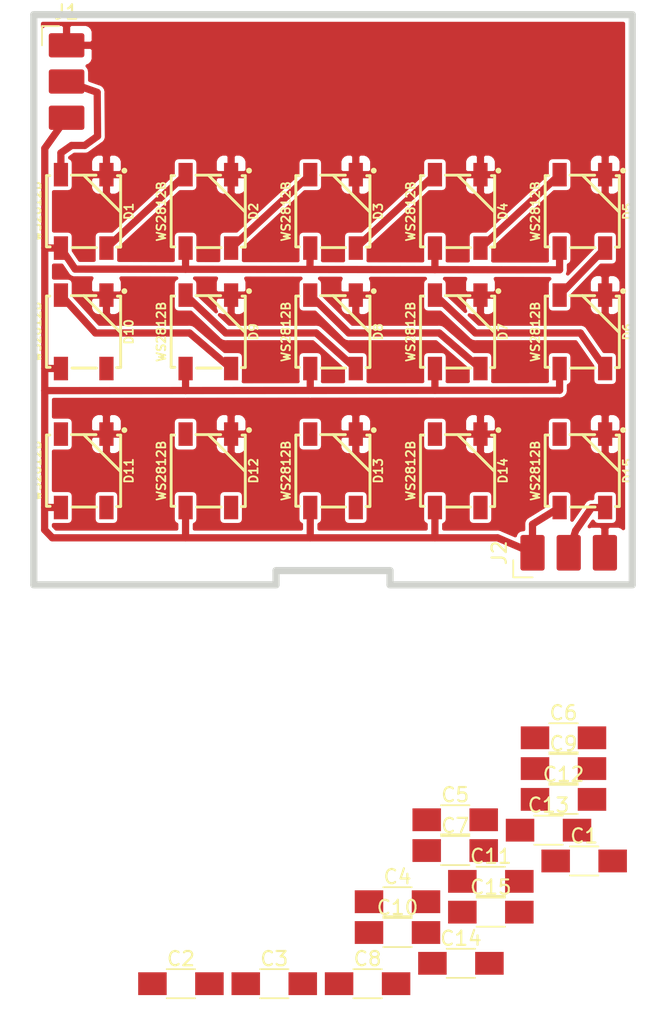
<source format=kicad_pcb>
(kicad_pcb (version 20171130) (host pcbnew "(5.0.0)")

  (general
    (thickness 1.6)
    (drawings 9)
    (tracks 63)
    (zones 0)
    (modules 32)
    (nets 19)
  )

  (page A4)
  (layers
    (0 F.Cu signal)
    (31 B.Cu signal)
    (32 B.Adhes user)
    (33 F.Adhes user)
    (34 B.Paste user)
    (35 F.Paste user)
    (36 B.SilkS user)
    (37 F.SilkS user)
    (38 B.Mask user)
    (39 F.Mask user)
    (40 Dwgs.User user)
    (41 Cmts.User user)
    (42 Eco1.User user)
    (43 Eco2.User user)
    (44 Edge.Cuts user)
    (45 Margin user)
    (46 B.CrtYd user)
    (47 F.CrtYd user)
    (48 B.Fab user)
    (49 F.Fab user)
  )

  (setup
    (last_trace_width 0.508)
    (user_trace_width 0.254)
    (user_trace_width 0.508)
    (user_trace_width 0.762)
    (user_trace_width 1.27)
    (user_trace_width 2.54)
    (user_trace_width 3.81)
    (trace_clearance 0.2)
    (zone_clearance 0.25)
    (zone_45_only no)
    (trace_min 0.2)
    (segment_width 0.2)
    (edge_width 0.15)
    (via_size 0.8)
    (via_drill 0.4)
    (via_min_size 0.4)
    (via_min_drill 0.3)
    (uvia_size 0.3)
    (uvia_drill 0.1)
    (uvias_allowed no)
    (uvia_min_size 0.2)
    (uvia_min_drill 0.1)
    (pcb_text_width 0.3)
    (pcb_text_size 1.5 1.5)
    (mod_edge_width 0.15)
    (mod_text_size 1 1)
    (mod_text_width 0.15)
    (pad_size 2.1 1.4)
    (pad_drill 0)
    (pad_to_mask_clearance 0.2)
    (aux_axis_origin 0 0)
    (grid_origin 24.1 38.74)
    (visible_elements 7FFFFFFF)
    (pcbplotparams
      (layerselection 0x00000_7fffffff)
      (usegerberextensions false)
      (usegerberattributes false)
      (usegerberadvancedattributes false)
      (creategerberjobfile false)
      (excludeedgelayer false)
      (linewidth 0.050000)
      (plotframeref false)
      (viasonmask false)
      (mode 1)
      (useauxorigin false)
      (hpglpennumber 1)
      (hpglpenspeed 20)
      (hpglpendiameter 15.000000)
      (psnegative false)
      (psa4output false)
      (plotreference true)
      (plotvalue true)
      (plotinvisibletext false)
      (padsonsilk false)
      (subtractmaskfromsilk false)
      (outputformat 5)
      (mirror false)
      (drillshape 1)
      (scaleselection 1)
      (outputdirectory ""))
  )

  (net 0 "")
  (net 1 GND)
  (net 2 VCC)
  (net 3 "Net-(D1-Pad2)")
  (net 4 "Net-(D1-Pad4)")
  (net 5 "Net-(D2-Pad2)")
  (net 6 "Net-(D3-Pad2)")
  (net 7 "Net-(D4-Pad2)")
  (net 8 "Net-(D5-Pad2)")
  (net 9 "Net-(D6-Pad2)")
  (net 10 "Net-(D14-Pad2)")
  (net 11 "Net-(D7-Pad2)")
  (net 12 "Net-(D10-Pad4)")
  (net 13 "Net-(D10-Pad2)")
  (net 14 "Net-(D11-Pad2)")
  (net 15 "Net-(D12-Pad2)")
  (net 16 "Net-(D13-Pad2)")
  (net 17 "Net-(D15-Pad2)")
  (net 18 "Net-(D8-Pad2)")

  (net_class Default "This is the default net class."
    (clearance 0.2)
    (trace_width 0.25)
    (via_dia 0.8)
    (via_drill 0.4)
    (uvia_dia 0.3)
    (uvia_drill 0.1)
    (add_net GND)
    (add_net "Net-(D1-Pad2)")
    (add_net "Net-(D1-Pad4)")
    (add_net "Net-(D10-Pad2)")
    (add_net "Net-(D10-Pad4)")
    (add_net "Net-(D11-Pad2)")
    (add_net "Net-(D12-Pad2)")
    (add_net "Net-(D13-Pad2)")
    (add_net "Net-(D14-Pad2)")
    (add_net "Net-(D15-Pad2)")
    (add_net "Net-(D2-Pad2)")
    (add_net "Net-(D3-Pad2)")
    (add_net "Net-(D4-Pad2)")
    (add_net "Net-(D5-Pad2)")
    (add_net "Net-(D6-Pad2)")
    (add_net "Net-(D7-Pad2)")
    (add_net "Net-(D8-Pad2)")
    (add_net VCC)
  )

  (module "Sparkfun LEDs:WS2812B" (layer F.Cu) (tedit 5961BE0E) (tstamp 5B963447)
    (at 43.2 38.59 270)
    (descr WS2812B)
    (tags WS2812B)
    (path /5B7356F7)
    (attr smd)
    (fp_text reference D2 (at 0 -3.175 270) (layer F.SilkS)
      (effects (font (size 0.6096 0.6096) (thickness 0.127)))
    )
    (fp_text value WS2812B (at 0 3.302 270) (layer F.SilkS)
      (effects (font (size 0.6096 0.6096) (thickness 0.127)))
    )
    (fp_line (start 2.48666 2.63779) (end 2.43586 2.63779) (layer F.SilkS) (width 0.15))
    (fp_line (start 2.49936 2.49936) (end 2.49936 -2.49936) (layer Dwgs.User) (width 0.127))
    (fp_line (start 2.49936 -2.49936) (end -2.49936 -2.49936) (layer Dwgs.User) (width 0.127))
    (fp_line (start -2.49936 -2.49936) (end -2.49936 2.49936) (layer Dwgs.User) (width 0.127))
    (fp_line (start -2.49936 2.49936) (end 2.49936 2.49936) (layer Dwgs.User) (width 0.127))
    (fp_line (start 2.4892 2.35712) (end 2.4892 2.61112) (layer F.SilkS) (width 0.2032))
    (fp_line (start 2.4384 2.61112) (end -2.50952 2.61112) (layer F.SilkS) (width 0.2032))
    (fp_line (start -2.50952 2.61112) (end -2.50952 2.37998) (layer F.SilkS) (width 0.2032))
    (fp_line (start 2.50698 -2.31902) (end 2.50698 -2.58826) (layer F.SilkS) (width 0.2032))
    (fp_line (start 2.50698 -2.58826) (end 2.45618 -2.58826) (layer F.SilkS) (width 0.2032))
    (fp_line (start 2.45618 -2.58826) (end 2.45618 -2.59334) (layer F.SilkS) (width 0.2032))
    (fp_line (start 2.45618 -2.59334) (end -2.50698 -2.59334) (layer F.SilkS) (width 0.2032))
    (fp_line (start -2.50698 -2.59334) (end -2.50698 -2.36728) (layer F.SilkS) (width 0.2032))
    (fp_line (start 2.54 -0.889) (end 2.54 0.8128) (layer F.SilkS) (width 0.2032))
    (fp_line (start -2.54 0.8636) (end -2.54 0) (layer F.SilkS) (width 0.2032))
    (fp_line (start -2.54 0) (end -2.54 -0.8636) (layer F.SilkS) (width 0.2032))
    (fp_line (start -2.54 0) (end 0 -2.54) (layer F.SilkS) (width 0.2032))
    (fp_circle (center -2.8575 -2.8575) (end -2.8575 -3.0607) (layer F.SilkS) (width 0))
    (fp_circle (center -1.27 -1.905) (end -1.27 -2.1082) (layer Dwgs.User) (width 0))
    (fp_line (start 1.79832 3.20294) (end 1.79832 3.20294) (layer F.SilkS) (width 0.2032))
    (pad 1 smd rect (at 2.57556 1.59766 90) (size 1.651 0.99822) (layers F.Cu F.Paste F.Mask)
      (net 2 VCC) (solder_mask_margin 0.1016))
    (pad 2 smd rect (at 2.57556 -1.59766 90) (size 1.651 0.99822) (layers F.Cu F.Paste F.Mask)
      (net 5 "Net-(D2-Pad2)") (solder_mask_margin 0.1016))
    (pad 3 smd rect (at -2.57556 -1.59766 90) (size 1.651 0.99822) (layers F.Cu F.Paste F.Mask)
      (net 1 GND) (solder_mask_margin 0.1016))
    (pad 4 smd rect (at -2.57556 1.59766 90) (size 1.651 0.99822) (layers F.Cu F.Paste F.Mask)
      (net 3 "Net-(D1-Pad2)") (solder_mask_margin 0.1016))
  )

  (module "Sparkfun LEDs:WS2812B" (layer F.Cu) (tedit 5961BE0E) (tstamp 5B96342C)
    (at 43.2 47.04 270)
    (descr WS2812B)
    (tags WS2812B)
    (path /5B9B42B0)
    (attr smd)
    (fp_text reference D9 (at 0 -3.175 270) (layer F.SilkS)
      (effects (font (size 0.6096 0.6096) (thickness 0.127)))
    )
    (fp_text value WS2812B (at 0 3.302 270) (layer F.SilkS)
      (effects (font (size 0.6096 0.6096) (thickness 0.127)))
    )
    (fp_line (start 1.79832 3.20294) (end 1.79832 3.20294) (layer F.SilkS) (width 0.2032))
    (fp_circle (center -1.27 -1.905) (end -1.27 -2.1082) (layer Dwgs.User) (width 0))
    (fp_circle (center -2.8575 -2.8575) (end -2.8575 -3.0607) (layer F.SilkS) (width 0))
    (fp_line (start -2.54 0) (end 0 -2.54) (layer F.SilkS) (width 0.2032))
    (fp_line (start -2.54 0) (end -2.54 -0.8636) (layer F.SilkS) (width 0.2032))
    (fp_line (start -2.54 0.8636) (end -2.54 0) (layer F.SilkS) (width 0.2032))
    (fp_line (start 2.54 -0.889) (end 2.54 0.8128) (layer F.SilkS) (width 0.2032))
    (fp_line (start -2.50698 -2.59334) (end -2.50698 -2.36728) (layer F.SilkS) (width 0.2032))
    (fp_line (start 2.45618 -2.59334) (end -2.50698 -2.59334) (layer F.SilkS) (width 0.2032))
    (fp_line (start 2.45618 -2.58826) (end 2.45618 -2.59334) (layer F.SilkS) (width 0.2032))
    (fp_line (start 2.50698 -2.58826) (end 2.45618 -2.58826) (layer F.SilkS) (width 0.2032))
    (fp_line (start 2.50698 -2.31902) (end 2.50698 -2.58826) (layer F.SilkS) (width 0.2032))
    (fp_line (start -2.50952 2.61112) (end -2.50952 2.37998) (layer F.SilkS) (width 0.2032))
    (fp_line (start 2.4384 2.61112) (end -2.50952 2.61112) (layer F.SilkS) (width 0.2032))
    (fp_line (start 2.4892 2.35712) (end 2.4892 2.61112) (layer F.SilkS) (width 0.2032))
    (fp_line (start -2.49936 2.49936) (end 2.49936 2.49936) (layer Dwgs.User) (width 0.127))
    (fp_line (start -2.49936 -2.49936) (end -2.49936 2.49936) (layer Dwgs.User) (width 0.127))
    (fp_line (start 2.49936 -2.49936) (end -2.49936 -2.49936) (layer Dwgs.User) (width 0.127))
    (fp_line (start 2.49936 2.49936) (end 2.49936 -2.49936) (layer Dwgs.User) (width 0.127))
    (fp_line (start 2.48666 2.63779) (end 2.43586 2.63779) (layer F.SilkS) (width 0.15))
    (pad 4 smd rect (at -2.57556 1.59766 90) (size 1.651 0.99822) (layers F.Cu F.Paste F.Mask)
      (net 18 "Net-(D8-Pad2)") (solder_mask_margin 0.1016))
    (pad 3 smd rect (at -2.57556 -1.59766 90) (size 1.651 0.99822) (layers F.Cu F.Paste F.Mask)
      (net 1 GND) (solder_mask_margin 0.1016))
    (pad 2 smd rect (at 2.57556 -1.59766 90) (size 1.651 0.99822) (layers F.Cu F.Paste F.Mask)
      (net 12 "Net-(D10-Pad4)") (solder_mask_margin 0.1016))
    (pad 1 smd rect (at 2.57556 1.59766 90) (size 1.651 0.99822) (layers F.Cu F.Paste F.Mask)
      (net 2 VCC) (solder_mask_margin 0.1016))
  )

  (module "Sparkfun LEDs:WS2812B" (layer F.Cu) (tedit 5961BE0E) (tstamp 5B963411)
    (at 69.45 56.79 270)
    (descr WS2812B)
    (tags WS2812B)
    (path /5B9B7EE2)
    (attr smd)
    (fp_text reference D15 (at 0 -3.175 270) (layer F.SilkS)
      (effects (font (size 0.6096 0.6096) (thickness 0.127)))
    )
    (fp_text value WS2812B (at 0 3.302 270) (layer F.SilkS)
      (effects (font (size 0.6096 0.6096) (thickness 0.127)))
    )
    (fp_line (start 2.48666 2.63779) (end 2.43586 2.63779) (layer F.SilkS) (width 0.15))
    (fp_line (start 2.49936 2.49936) (end 2.49936 -2.49936) (layer Dwgs.User) (width 0.127))
    (fp_line (start 2.49936 -2.49936) (end -2.49936 -2.49936) (layer Dwgs.User) (width 0.127))
    (fp_line (start -2.49936 -2.49936) (end -2.49936 2.49936) (layer Dwgs.User) (width 0.127))
    (fp_line (start -2.49936 2.49936) (end 2.49936 2.49936) (layer Dwgs.User) (width 0.127))
    (fp_line (start 2.4892 2.35712) (end 2.4892 2.61112) (layer F.SilkS) (width 0.2032))
    (fp_line (start 2.4384 2.61112) (end -2.50952 2.61112) (layer F.SilkS) (width 0.2032))
    (fp_line (start -2.50952 2.61112) (end -2.50952 2.37998) (layer F.SilkS) (width 0.2032))
    (fp_line (start 2.50698 -2.31902) (end 2.50698 -2.58826) (layer F.SilkS) (width 0.2032))
    (fp_line (start 2.50698 -2.58826) (end 2.45618 -2.58826) (layer F.SilkS) (width 0.2032))
    (fp_line (start 2.45618 -2.58826) (end 2.45618 -2.59334) (layer F.SilkS) (width 0.2032))
    (fp_line (start 2.45618 -2.59334) (end -2.50698 -2.59334) (layer F.SilkS) (width 0.2032))
    (fp_line (start -2.50698 -2.59334) (end -2.50698 -2.36728) (layer F.SilkS) (width 0.2032))
    (fp_line (start 2.54 -0.889) (end 2.54 0.8128) (layer F.SilkS) (width 0.2032))
    (fp_line (start -2.54 0.8636) (end -2.54 0) (layer F.SilkS) (width 0.2032))
    (fp_line (start -2.54 0) (end -2.54 -0.8636) (layer F.SilkS) (width 0.2032))
    (fp_line (start -2.54 0) (end 0 -2.54) (layer F.SilkS) (width 0.2032))
    (fp_circle (center -2.8575 -2.8575) (end -2.8575 -3.0607) (layer F.SilkS) (width 0))
    (fp_circle (center -1.27 -1.905) (end -1.27 -2.1082) (layer Dwgs.User) (width 0))
    (fp_line (start 1.79832 3.20294) (end 1.79832 3.20294) (layer F.SilkS) (width 0.2032))
    (pad 1 smd rect (at 2.57556 1.59766 90) (size 1.651 0.99822) (layers F.Cu F.Paste F.Mask)
      (net 2 VCC) (solder_mask_margin 0.1016))
    (pad 2 smd rect (at 2.57556 -1.59766 90) (size 1.651 0.99822) (layers F.Cu F.Paste F.Mask)
      (net 17 "Net-(D15-Pad2)") (solder_mask_margin 0.1016))
    (pad 3 smd rect (at -2.57556 -1.59766 90) (size 1.651 0.99822) (layers F.Cu F.Paste F.Mask)
      (net 1 GND) (solder_mask_margin 0.1016))
    (pad 4 smd rect (at -2.57556 1.59766 90) (size 1.651 0.99822) (layers F.Cu F.Paste F.Mask)
      (net 10 "Net-(D14-Pad2)") (solder_mask_margin 0.1016))
  )

  (module "Sparkfun LEDs:WS2812B" (layer F.Cu) (tedit 5961BE0E) (tstamp 5B9633F6)
    (at 60.7 56.79 270)
    (descr WS2812B)
    (tags WS2812B)
    (path /5B9B7EEA)
    (attr smd)
    (fp_text reference D14 (at 0 -3.175 270) (layer F.SilkS)
      (effects (font (size 0.6096 0.6096) (thickness 0.127)))
    )
    (fp_text value WS2812B (at 0 3.302 270) (layer F.SilkS)
      (effects (font (size 0.6096 0.6096) (thickness 0.127)))
    )
    (fp_line (start 1.79832 3.20294) (end 1.79832 3.20294) (layer F.SilkS) (width 0.2032))
    (fp_circle (center -1.27 -1.905) (end -1.27 -2.1082) (layer Dwgs.User) (width 0))
    (fp_circle (center -2.8575 -2.8575) (end -2.8575 -3.0607) (layer F.SilkS) (width 0))
    (fp_line (start -2.54 0) (end 0 -2.54) (layer F.SilkS) (width 0.2032))
    (fp_line (start -2.54 0) (end -2.54 -0.8636) (layer F.SilkS) (width 0.2032))
    (fp_line (start -2.54 0.8636) (end -2.54 0) (layer F.SilkS) (width 0.2032))
    (fp_line (start 2.54 -0.889) (end 2.54 0.8128) (layer F.SilkS) (width 0.2032))
    (fp_line (start -2.50698 -2.59334) (end -2.50698 -2.36728) (layer F.SilkS) (width 0.2032))
    (fp_line (start 2.45618 -2.59334) (end -2.50698 -2.59334) (layer F.SilkS) (width 0.2032))
    (fp_line (start 2.45618 -2.58826) (end 2.45618 -2.59334) (layer F.SilkS) (width 0.2032))
    (fp_line (start 2.50698 -2.58826) (end 2.45618 -2.58826) (layer F.SilkS) (width 0.2032))
    (fp_line (start 2.50698 -2.31902) (end 2.50698 -2.58826) (layer F.SilkS) (width 0.2032))
    (fp_line (start -2.50952 2.61112) (end -2.50952 2.37998) (layer F.SilkS) (width 0.2032))
    (fp_line (start 2.4384 2.61112) (end -2.50952 2.61112) (layer F.SilkS) (width 0.2032))
    (fp_line (start 2.4892 2.35712) (end 2.4892 2.61112) (layer F.SilkS) (width 0.2032))
    (fp_line (start -2.49936 2.49936) (end 2.49936 2.49936) (layer Dwgs.User) (width 0.127))
    (fp_line (start -2.49936 -2.49936) (end -2.49936 2.49936) (layer Dwgs.User) (width 0.127))
    (fp_line (start 2.49936 -2.49936) (end -2.49936 -2.49936) (layer Dwgs.User) (width 0.127))
    (fp_line (start 2.49936 2.49936) (end 2.49936 -2.49936) (layer Dwgs.User) (width 0.127))
    (fp_line (start 2.48666 2.63779) (end 2.43586 2.63779) (layer F.SilkS) (width 0.15))
    (pad 4 smd rect (at -2.57556 1.59766 90) (size 1.651 0.99822) (layers F.Cu F.Paste F.Mask)
      (net 16 "Net-(D13-Pad2)") (solder_mask_margin 0.1016))
    (pad 3 smd rect (at -2.57556 -1.59766 90) (size 1.651 0.99822) (layers F.Cu F.Paste F.Mask)
      (net 1 GND) (solder_mask_margin 0.1016))
    (pad 2 smd rect (at 2.57556 -1.59766 90) (size 1.651 0.99822) (layers F.Cu F.Paste F.Mask)
      (net 10 "Net-(D14-Pad2)") (solder_mask_margin 0.1016))
    (pad 1 smd rect (at 2.57556 1.59766 90) (size 1.651 0.99822) (layers F.Cu F.Paste F.Mask)
      (net 2 VCC) (solder_mask_margin 0.1016))
  )

  (module "Sparkfun LEDs:WS2812B" (layer F.Cu) (tedit 5961BE0E) (tstamp 5B9633DB)
    (at 51.95 56.79 270)
    (descr WS2812B)
    (tags WS2812B)
    (path /5B9B7E9F)
    (attr smd)
    (fp_text reference D13 (at 0 -3.175 270) (layer F.SilkS)
      (effects (font (size 0.6096 0.6096) (thickness 0.127)))
    )
    (fp_text value WS2812B (at 0 3.302 270) (layer F.SilkS)
      (effects (font (size 0.6096 0.6096) (thickness 0.127)))
    )
    (fp_line (start 2.48666 2.63779) (end 2.43586 2.63779) (layer F.SilkS) (width 0.15))
    (fp_line (start 2.49936 2.49936) (end 2.49936 -2.49936) (layer Dwgs.User) (width 0.127))
    (fp_line (start 2.49936 -2.49936) (end -2.49936 -2.49936) (layer Dwgs.User) (width 0.127))
    (fp_line (start -2.49936 -2.49936) (end -2.49936 2.49936) (layer Dwgs.User) (width 0.127))
    (fp_line (start -2.49936 2.49936) (end 2.49936 2.49936) (layer Dwgs.User) (width 0.127))
    (fp_line (start 2.4892 2.35712) (end 2.4892 2.61112) (layer F.SilkS) (width 0.2032))
    (fp_line (start 2.4384 2.61112) (end -2.50952 2.61112) (layer F.SilkS) (width 0.2032))
    (fp_line (start -2.50952 2.61112) (end -2.50952 2.37998) (layer F.SilkS) (width 0.2032))
    (fp_line (start 2.50698 -2.31902) (end 2.50698 -2.58826) (layer F.SilkS) (width 0.2032))
    (fp_line (start 2.50698 -2.58826) (end 2.45618 -2.58826) (layer F.SilkS) (width 0.2032))
    (fp_line (start 2.45618 -2.58826) (end 2.45618 -2.59334) (layer F.SilkS) (width 0.2032))
    (fp_line (start 2.45618 -2.59334) (end -2.50698 -2.59334) (layer F.SilkS) (width 0.2032))
    (fp_line (start -2.50698 -2.59334) (end -2.50698 -2.36728) (layer F.SilkS) (width 0.2032))
    (fp_line (start 2.54 -0.889) (end 2.54 0.8128) (layer F.SilkS) (width 0.2032))
    (fp_line (start -2.54 0.8636) (end -2.54 0) (layer F.SilkS) (width 0.2032))
    (fp_line (start -2.54 0) (end -2.54 -0.8636) (layer F.SilkS) (width 0.2032))
    (fp_line (start -2.54 0) (end 0 -2.54) (layer F.SilkS) (width 0.2032))
    (fp_circle (center -2.8575 -2.8575) (end -2.8575 -3.0607) (layer F.SilkS) (width 0))
    (fp_circle (center -1.27 -1.905) (end -1.27 -2.1082) (layer Dwgs.User) (width 0))
    (fp_line (start 1.79832 3.20294) (end 1.79832 3.20294) (layer F.SilkS) (width 0.2032))
    (pad 1 smd rect (at 2.57556 1.59766 90) (size 1.651 0.99822) (layers F.Cu F.Paste F.Mask)
      (net 2 VCC) (solder_mask_margin 0.1016))
    (pad 2 smd rect (at 2.57556 -1.59766 90) (size 1.651 0.99822) (layers F.Cu F.Paste F.Mask)
      (net 16 "Net-(D13-Pad2)") (solder_mask_margin 0.1016))
    (pad 3 smd rect (at -2.57556 -1.59766 90) (size 1.651 0.99822) (layers F.Cu F.Paste F.Mask)
      (net 1 GND) (solder_mask_margin 0.1016))
    (pad 4 smd rect (at -2.57556 1.59766 90) (size 1.651 0.99822) (layers F.Cu F.Paste F.Mask)
      (net 15 "Net-(D12-Pad2)") (solder_mask_margin 0.1016))
  )

  (module "Sparkfun LEDs:WS2812B" (layer F.Cu) (tedit 5961BE0E) (tstamp 5B9633C0)
    (at 43.2 56.79 270)
    (descr WS2812B)
    (tags WS2812B)
    (path /5B9B7E97)
    (attr smd)
    (fp_text reference D12 (at 0 -3.175 270) (layer F.SilkS)
      (effects (font (size 0.6096 0.6096) (thickness 0.127)))
    )
    (fp_text value WS2812B (at 0 3.302 270) (layer F.SilkS)
      (effects (font (size 0.6096 0.6096) (thickness 0.127)))
    )
    (fp_line (start 1.79832 3.20294) (end 1.79832 3.20294) (layer F.SilkS) (width 0.2032))
    (fp_circle (center -1.27 -1.905) (end -1.27 -2.1082) (layer Dwgs.User) (width 0))
    (fp_circle (center -2.8575 -2.8575) (end -2.8575 -3.0607) (layer F.SilkS) (width 0))
    (fp_line (start -2.54 0) (end 0 -2.54) (layer F.SilkS) (width 0.2032))
    (fp_line (start -2.54 0) (end -2.54 -0.8636) (layer F.SilkS) (width 0.2032))
    (fp_line (start -2.54 0.8636) (end -2.54 0) (layer F.SilkS) (width 0.2032))
    (fp_line (start 2.54 -0.889) (end 2.54 0.8128) (layer F.SilkS) (width 0.2032))
    (fp_line (start -2.50698 -2.59334) (end -2.50698 -2.36728) (layer F.SilkS) (width 0.2032))
    (fp_line (start 2.45618 -2.59334) (end -2.50698 -2.59334) (layer F.SilkS) (width 0.2032))
    (fp_line (start 2.45618 -2.58826) (end 2.45618 -2.59334) (layer F.SilkS) (width 0.2032))
    (fp_line (start 2.50698 -2.58826) (end 2.45618 -2.58826) (layer F.SilkS) (width 0.2032))
    (fp_line (start 2.50698 -2.31902) (end 2.50698 -2.58826) (layer F.SilkS) (width 0.2032))
    (fp_line (start -2.50952 2.61112) (end -2.50952 2.37998) (layer F.SilkS) (width 0.2032))
    (fp_line (start 2.4384 2.61112) (end -2.50952 2.61112) (layer F.SilkS) (width 0.2032))
    (fp_line (start 2.4892 2.35712) (end 2.4892 2.61112) (layer F.SilkS) (width 0.2032))
    (fp_line (start -2.49936 2.49936) (end 2.49936 2.49936) (layer Dwgs.User) (width 0.127))
    (fp_line (start -2.49936 -2.49936) (end -2.49936 2.49936) (layer Dwgs.User) (width 0.127))
    (fp_line (start 2.49936 -2.49936) (end -2.49936 -2.49936) (layer Dwgs.User) (width 0.127))
    (fp_line (start 2.49936 2.49936) (end 2.49936 -2.49936) (layer Dwgs.User) (width 0.127))
    (fp_line (start 2.48666 2.63779) (end 2.43586 2.63779) (layer F.SilkS) (width 0.15))
    (pad 4 smd rect (at -2.57556 1.59766 90) (size 1.651 0.99822) (layers F.Cu F.Paste F.Mask)
      (net 14 "Net-(D11-Pad2)") (solder_mask_margin 0.1016))
    (pad 3 smd rect (at -2.57556 -1.59766 90) (size 1.651 0.99822) (layers F.Cu F.Paste F.Mask)
      (net 1 GND) (solder_mask_margin 0.1016))
    (pad 2 smd rect (at 2.57556 -1.59766 90) (size 1.651 0.99822) (layers F.Cu F.Paste F.Mask)
      (net 15 "Net-(D12-Pad2)") (solder_mask_margin 0.1016))
    (pad 1 smd rect (at 2.57556 1.59766 90) (size 1.651 0.99822) (layers F.Cu F.Paste F.Mask)
      (net 2 VCC) (solder_mask_margin 0.1016))
  )

  (module "Sparkfun LEDs:WS2812B" (layer F.Cu) (tedit 5961BE0E) (tstamp 5B9633A5)
    (at 34.45 56.79 270)
    (descr WS2812B)
    (tags WS2812B)
    (path /5B9B7E8F)
    (attr smd)
    (fp_text reference D11 (at 0 -3.175 270) (layer F.SilkS)
      (effects (font (size 0.6096 0.6096) (thickness 0.127)))
    )
    (fp_text value WS2812B (at 0 3.302 270) (layer F.SilkS)
      (effects (font (size 0.6096 0.6096) (thickness 0.127)))
    )
    (fp_line (start 2.48666 2.63779) (end 2.43586 2.63779) (layer F.SilkS) (width 0.15))
    (fp_line (start 2.49936 2.49936) (end 2.49936 -2.49936) (layer Dwgs.User) (width 0.127))
    (fp_line (start 2.49936 -2.49936) (end -2.49936 -2.49936) (layer Dwgs.User) (width 0.127))
    (fp_line (start -2.49936 -2.49936) (end -2.49936 2.49936) (layer Dwgs.User) (width 0.127))
    (fp_line (start -2.49936 2.49936) (end 2.49936 2.49936) (layer Dwgs.User) (width 0.127))
    (fp_line (start 2.4892 2.35712) (end 2.4892 2.61112) (layer F.SilkS) (width 0.2032))
    (fp_line (start 2.4384 2.61112) (end -2.50952 2.61112) (layer F.SilkS) (width 0.2032))
    (fp_line (start -2.50952 2.61112) (end -2.50952 2.37998) (layer F.SilkS) (width 0.2032))
    (fp_line (start 2.50698 -2.31902) (end 2.50698 -2.58826) (layer F.SilkS) (width 0.2032))
    (fp_line (start 2.50698 -2.58826) (end 2.45618 -2.58826) (layer F.SilkS) (width 0.2032))
    (fp_line (start 2.45618 -2.58826) (end 2.45618 -2.59334) (layer F.SilkS) (width 0.2032))
    (fp_line (start 2.45618 -2.59334) (end -2.50698 -2.59334) (layer F.SilkS) (width 0.2032))
    (fp_line (start -2.50698 -2.59334) (end -2.50698 -2.36728) (layer F.SilkS) (width 0.2032))
    (fp_line (start 2.54 -0.889) (end 2.54 0.8128) (layer F.SilkS) (width 0.2032))
    (fp_line (start -2.54 0.8636) (end -2.54 0) (layer F.SilkS) (width 0.2032))
    (fp_line (start -2.54 0) (end -2.54 -0.8636) (layer F.SilkS) (width 0.2032))
    (fp_line (start -2.54 0) (end 0 -2.54) (layer F.SilkS) (width 0.2032))
    (fp_circle (center -2.8575 -2.8575) (end -2.8575 -3.0607) (layer F.SilkS) (width 0))
    (fp_circle (center -1.27 -1.905) (end -1.27 -2.1082) (layer Dwgs.User) (width 0))
    (fp_line (start 1.79832 3.20294) (end 1.79832 3.20294) (layer F.SilkS) (width 0.2032))
    (pad 1 smd rect (at 2.57556 1.59766 90) (size 1.651 0.99822) (layers F.Cu F.Paste F.Mask)
      (net 2 VCC) (solder_mask_margin 0.1016))
    (pad 2 smd rect (at 2.57556 -1.59766 90) (size 1.651 0.99822) (layers F.Cu F.Paste F.Mask)
      (net 14 "Net-(D11-Pad2)") (solder_mask_margin 0.1016))
    (pad 3 smd rect (at -2.57556 -1.59766 90) (size 1.651 0.99822) (layers F.Cu F.Paste F.Mask)
      (net 1 GND) (solder_mask_margin 0.1016))
    (pad 4 smd rect (at -2.57556 1.59766 90) (size 1.651 0.99822) (layers F.Cu F.Paste F.Mask)
      (net 13 "Net-(D10-Pad2)") (solder_mask_margin 0.1016))
  )

  (module "Sparkfun LEDs:WS2812B" (layer F.Cu) (tedit 5961BE0E) (tstamp 5B96338A)
    (at 34.45 47.04 270)
    (descr WS2812B)
    (tags WS2812B)
    (path /5B9B42A8)
    (attr smd)
    (fp_text reference D10 (at 0 -3.175 270) (layer F.SilkS)
      (effects (font (size 0.6096 0.6096) (thickness 0.127)))
    )
    (fp_text value WS2812B (at 0 3.302 270) (layer F.SilkS)
      (effects (font (size 0.6096 0.6096) (thickness 0.127)))
    )
    (fp_line (start 1.79832 3.20294) (end 1.79832 3.20294) (layer F.SilkS) (width 0.2032))
    (fp_circle (center -1.27 -1.905) (end -1.27 -2.1082) (layer Dwgs.User) (width 0))
    (fp_circle (center -2.8575 -2.8575) (end -2.8575 -3.0607) (layer F.SilkS) (width 0))
    (fp_line (start -2.54 0) (end 0 -2.54) (layer F.SilkS) (width 0.2032))
    (fp_line (start -2.54 0) (end -2.54 -0.8636) (layer F.SilkS) (width 0.2032))
    (fp_line (start -2.54 0.8636) (end -2.54 0) (layer F.SilkS) (width 0.2032))
    (fp_line (start 2.54 -0.889) (end 2.54 0.8128) (layer F.SilkS) (width 0.2032))
    (fp_line (start -2.50698 -2.59334) (end -2.50698 -2.36728) (layer F.SilkS) (width 0.2032))
    (fp_line (start 2.45618 -2.59334) (end -2.50698 -2.59334) (layer F.SilkS) (width 0.2032))
    (fp_line (start 2.45618 -2.58826) (end 2.45618 -2.59334) (layer F.SilkS) (width 0.2032))
    (fp_line (start 2.50698 -2.58826) (end 2.45618 -2.58826) (layer F.SilkS) (width 0.2032))
    (fp_line (start 2.50698 -2.31902) (end 2.50698 -2.58826) (layer F.SilkS) (width 0.2032))
    (fp_line (start -2.50952 2.61112) (end -2.50952 2.37998) (layer F.SilkS) (width 0.2032))
    (fp_line (start 2.4384 2.61112) (end -2.50952 2.61112) (layer F.SilkS) (width 0.2032))
    (fp_line (start 2.4892 2.35712) (end 2.4892 2.61112) (layer F.SilkS) (width 0.2032))
    (fp_line (start -2.49936 2.49936) (end 2.49936 2.49936) (layer Dwgs.User) (width 0.127))
    (fp_line (start -2.49936 -2.49936) (end -2.49936 2.49936) (layer Dwgs.User) (width 0.127))
    (fp_line (start 2.49936 -2.49936) (end -2.49936 -2.49936) (layer Dwgs.User) (width 0.127))
    (fp_line (start 2.49936 2.49936) (end 2.49936 -2.49936) (layer Dwgs.User) (width 0.127))
    (fp_line (start 2.48666 2.63779) (end 2.43586 2.63779) (layer F.SilkS) (width 0.15))
    (pad 4 smd rect (at -2.57556 1.59766 90) (size 1.651 0.99822) (layers F.Cu F.Paste F.Mask)
      (net 12 "Net-(D10-Pad4)") (solder_mask_margin 0.1016))
    (pad 3 smd rect (at -2.57556 -1.59766 90) (size 1.651 0.99822) (layers F.Cu F.Paste F.Mask)
      (net 1 GND) (solder_mask_margin 0.1016))
    (pad 2 smd rect (at 2.57556 -1.59766 90) (size 1.651 0.99822) (layers F.Cu F.Paste F.Mask)
      (net 13 "Net-(D10-Pad2)") (solder_mask_margin 0.1016))
    (pad 1 smd rect (at 2.57556 1.59766 90) (size 1.651 0.99822) (layers F.Cu F.Paste F.Mask)
      (net 2 VCC) (solder_mask_margin 0.1016))
  )

  (module "Sparkfun LEDs:WS2812B" (layer F.Cu) (tedit 5961BE0E) (tstamp 5B96336F)
    (at 51.95 47.04 270)
    (descr WS2812B)
    (tags WS2812B)
    (path /5B9B4265)
    (attr smd)
    (fp_text reference D8 (at 0 -3.175 270) (layer F.SilkS)
      (effects (font (size 0.6096 0.6096) (thickness 0.127)))
    )
    (fp_text value WS2812B (at 0 3.302 270) (layer F.SilkS)
      (effects (font (size 0.6096 0.6096) (thickness 0.127)))
    )
    (fp_line (start 2.48666 2.63779) (end 2.43586 2.63779) (layer F.SilkS) (width 0.15))
    (fp_line (start 2.49936 2.49936) (end 2.49936 -2.49936) (layer Dwgs.User) (width 0.127))
    (fp_line (start 2.49936 -2.49936) (end -2.49936 -2.49936) (layer Dwgs.User) (width 0.127))
    (fp_line (start -2.49936 -2.49936) (end -2.49936 2.49936) (layer Dwgs.User) (width 0.127))
    (fp_line (start -2.49936 2.49936) (end 2.49936 2.49936) (layer Dwgs.User) (width 0.127))
    (fp_line (start 2.4892 2.35712) (end 2.4892 2.61112) (layer F.SilkS) (width 0.2032))
    (fp_line (start 2.4384 2.61112) (end -2.50952 2.61112) (layer F.SilkS) (width 0.2032))
    (fp_line (start -2.50952 2.61112) (end -2.50952 2.37998) (layer F.SilkS) (width 0.2032))
    (fp_line (start 2.50698 -2.31902) (end 2.50698 -2.58826) (layer F.SilkS) (width 0.2032))
    (fp_line (start 2.50698 -2.58826) (end 2.45618 -2.58826) (layer F.SilkS) (width 0.2032))
    (fp_line (start 2.45618 -2.58826) (end 2.45618 -2.59334) (layer F.SilkS) (width 0.2032))
    (fp_line (start 2.45618 -2.59334) (end -2.50698 -2.59334) (layer F.SilkS) (width 0.2032))
    (fp_line (start -2.50698 -2.59334) (end -2.50698 -2.36728) (layer F.SilkS) (width 0.2032))
    (fp_line (start 2.54 -0.889) (end 2.54 0.8128) (layer F.SilkS) (width 0.2032))
    (fp_line (start -2.54 0.8636) (end -2.54 0) (layer F.SilkS) (width 0.2032))
    (fp_line (start -2.54 0) (end -2.54 -0.8636) (layer F.SilkS) (width 0.2032))
    (fp_line (start -2.54 0) (end 0 -2.54) (layer F.SilkS) (width 0.2032))
    (fp_circle (center -2.8575 -2.8575) (end -2.8575 -3.0607) (layer F.SilkS) (width 0))
    (fp_circle (center -1.27 -1.905) (end -1.27 -2.1082) (layer Dwgs.User) (width 0))
    (fp_line (start 1.79832 3.20294) (end 1.79832 3.20294) (layer F.SilkS) (width 0.2032))
    (pad 1 smd rect (at 2.57556 1.59766 90) (size 1.651 0.99822) (layers F.Cu F.Paste F.Mask)
      (net 2 VCC) (solder_mask_margin 0.1016))
    (pad 2 smd rect (at 2.57556 -1.59766 90) (size 1.651 0.99822) (layers F.Cu F.Paste F.Mask)
      (net 18 "Net-(D8-Pad2)") (solder_mask_margin 0.1016))
    (pad 3 smd rect (at -2.57556 -1.59766 90) (size 1.651 0.99822) (layers F.Cu F.Paste F.Mask)
      (net 1 GND) (solder_mask_margin 0.1016))
    (pad 4 smd rect (at -2.57556 1.59766 90) (size 1.651 0.99822) (layers F.Cu F.Paste F.Mask)
      (net 11 "Net-(D7-Pad2)") (solder_mask_margin 0.1016))
  )

  (module "Sparkfun LEDs:WS2812B" (layer F.Cu) (tedit 5961BE0E) (tstamp 5B963354)
    (at 60.7 47.04 270)
    (descr WS2812B)
    (tags WS2812B)
    (path /5B9B425D)
    (attr smd)
    (fp_text reference D7 (at 0 -3.175 270) (layer F.SilkS)
      (effects (font (size 0.6096 0.6096) (thickness 0.127)))
    )
    (fp_text value WS2812B (at 0 3.302 270) (layer F.SilkS)
      (effects (font (size 0.6096 0.6096) (thickness 0.127)))
    )
    (fp_line (start 1.79832 3.20294) (end 1.79832 3.20294) (layer F.SilkS) (width 0.2032))
    (fp_circle (center -1.27 -1.905) (end -1.27 -2.1082) (layer Dwgs.User) (width 0))
    (fp_circle (center -2.8575 -2.8575) (end -2.8575 -3.0607) (layer F.SilkS) (width 0))
    (fp_line (start -2.54 0) (end 0 -2.54) (layer F.SilkS) (width 0.2032))
    (fp_line (start -2.54 0) (end -2.54 -0.8636) (layer F.SilkS) (width 0.2032))
    (fp_line (start -2.54 0.8636) (end -2.54 0) (layer F.SilkS) (width 0.2032))
    (fp_line (start 2.54 -0.889) (end 2.54 0.8128) (layer F.SilkS) (width 0.2032))
    (fp_line (start -2.50698 -2.59334) (end -2.50698 -2.36728) (layer F.SilkS) (width 0.2032))
    (fp_line (start 2.45618 -2.59334) (end -2.50698 -2.59334) (layer F.SilkS) (width 0.2032))
    (fp_line (start 2.45618 -2.58826) (end 2.45618 -2.59334) (layer F.SilkS) (width 0.2032))
    (fp_line (start 2.50698 -2.58826) (end 2.45618 -2.58826) (layer F.SilkS) (width 0.2032))
    (fp_line (start 2.50698 -2.31902) (end 2.50698 -2.58826) (layer F.SilkS) (width 0.2032))
    (fp_line (start -2.50952 2.61112) (end -2.50952 2.37998) (layer F.SilkS) (width 0.2032))
    (fp_line (start 2.4384 2.61112) (end -2.50952 2.61112) (layer F.SilkS) (width 0.2032))
    (fp_line (start 2.4892 2.35712) (end 2.4892 2.61112) (layer F.SilkS) (width 0.2032))
    (fp_line (start -2.49936 2.49936) (end 2.49936 2.49936) (layer Dwgs.User) (width 0.127))
    (fp_line (start -2.49936 -2.49936) (end -2.49936 2.49936) (layer Dwgs.User) (width 0.127))
    (fp_line (start 2.49936 -2.49936) (end -2.49936 -2.49936) (layer Dwgs.User) (width 0.127))
    (fp_line (start 2.49936 2.49936) (end 2.49936 -2.49936) (layer Dwgs.User) (width 0.127))
    (fp_line (start 2.48666 2.63779) (end 2.43586 2.63779) (layer F.SilkS) (width 0.15))
    (pad 4 smd rect (at -2.57556 1.59766 90) (size 1.651 0.99822) (layers F.Cu F.Paste F.Mask)
      (net 9 "Net-(D6-Pad2)") (solder_mask_margin 0.1016))
    (pad 3 smd rect (at -2.57556 -1.59766 90) (size 1.651 0.99822) (layers F.Cu F.Paste F.Mask)
      (net 1 GND) (solder_mask_margin 0.1016))
    (pad 2 smd rect (at 2.57556 -1.59766 90) (size 1.651 0.99822) (layers F.Cu F.Paste F.Mask)
      (net 11 "Net-(D7-Pad2)") (solder_mask_margin 0.1016))
    (pad 1 smd rect (at 2.57556 1.59766 90) (size 1.651 0.99822) (layers F.Cu F.Paste F.Mask)
      (net 2 VCC) (solder_mask_margin 0.1016))
  )

  (module "Sparkfun LEDs:WS2812B" (layer F.Cu) (tedit 5961BE0E) (tstamp 5B963339)
    (at 69.45 47.04 270)
    (descr WS2812B)
    (tags WS2812B)
    (path /5B9B4255)
    (attr smd)
    (fp_text reference D6 (at 0 -3.175 270) (layer F.SilkS)
      (effects (font (size 0.6096 0.6096) (thickness 0.127)))
    )
    (fp_text value WS2812B (at 0 3.302 270) (layer F.SilkS)
      (effects (font (size 0.6096 0.6096) (thickness 0.127)))
    )
    (fp_line (start 2.48666 2.63779) (end 2.43586 2.63779) (layer F.SilkS) (width 0.15))
    (fp_line (start 2.49936 2.49936) (end 2.49936 -2.49936) (layer Dwgs.User) (width 0.127))
    (fp_line (start 2.49936 -2.49936) (end -2.49936 -2.49936) (layer Dwgs.User) (width 0.127))
    (fp_line (start -2.49936 -2.49936) (end -2.49936 2.49936) (layer Dwgs.User) (width 0.127))
    (fp_line (start -2.49936 2.49936) (end 2.49936 2.49936) (layer Dwgs.User) (width 0.127))
    (fp_line (start 2.4892 2.35712) (end 2.4892 2.61112) (layer F.SilkS) (width 0.2032))
    (fp_line (start 2.4384 2.61112) (end -2.50952 2.61112) (layer F.SilkS) (width 0.2032))
    (fp_line (start -2.50952 2.61112) (end -2.50952 2.37998) (layer F.SilkS) (width 0.2032))
    (fp_line (start 2.50698 -2.31902) (end 2.50698 -2.58826) (layer F.SilkS) (width 0.2032))
    (fp_line (start 2.50698 -2.58826) (end 2.45618 -2.58826) (layer F.SilkS) (width 0.2032))
    (fp_line (start 2.45618 -2.58826) (end 2.45618 -2.59334) (layer F.SilkS) (width 0.2032))
    (fp_line (start 2.45618 -2.59334) (end -2.50698 -2.59334) (layer F.SilkS) (width 0.2032))
    (fp_line (start -2.50698 -2.59334) (end -2.50698 -2.36728) (layer F.SilkS) (width 0.2032))
    (fp_line (start 2.54 -0.889) (end 2.54 0.8128) (layer F.SilkS) (width 0.2032))
    (fp_line (start -2.54 0.8636) (end -2.54 0) (layer F.SilkS) (width 0.2032))
    (fp_line (start -2.54 0) (end -2.54 -0.8636) (layer F.SilkS) (width 0.2032))
    (fp_line (start -2.54 0) (end 0 -2.54) (layer F.SilkS) (width 0.2032))
    (fp_circle (center -2.8575 -2.8575) (end -2.8575 -3.0607) (layer F.SilkS) (width 0))
    (fp_circle (center -1.27 -1.905) (end -1.27 -2.1082) (layer Dwgs.User) (width 0))
    (fp_line (start 1.79832 3.20294) (end 1.79832 3.20294) (layer F.SilkS) (width 0.2032))
    (pad 1 smd rect (at 2.57556 1.59766 90) (size 1.651 0.99822) (layers F.Cu F.Paste F.Mask)
      (net 2 VCC) (solder_mask_margin 0.1016))
    (pad 2 smd rect (at 2.57556 -1.59766 90) (size 1.651 0.99822) (layers F.Cu F.Paste F.Mask)
      (net 9 "Net-(D6-Pad2)") (solder_mask_margin 0.1016))
    (pad 3 smd rect (at -2.57556 -1.59766 90) (size 1.651 0.99822) (layers F.Cu F.Paste F.Mask)
      (net 1 GND) (solder_mask_margin 0.1016))
    (pad 4 smd rect (at -2.57556 1.59766 90) (size 1.651 0.99822) (layers F.Cu F.Paste F.Mask)
      (net 8 "Net-(D5-Pad2)") (solder_mask_margin 0.1016))
  )

  (module "Sparkfun LEDs:WS2812B" (layer F.Cu) (tedit 5961BE0E) (tstamp 5B96331E)
    (at 69.45 38.59 270)
    (descr WS2812B)
    (tags WS2812B)
    (path /5B958053)
    (attr smd)
    (fp_text reference D5 (at 0 -3.175 270) (layer F.SilkS)
      (effects (font (size 0.6096 0.6096) (thickness 0.127)))
    )
    (fp_text value WS2812B (at 0 3.302 270) (layer F.SilkS)
      (effects (font (size 0.6096 0.6096) (thickness 0.127)))
    )
    (fp_line (start 1.79832 3.20294) (end 1.79832 3.20294) (layer F.SilkS) (width 0.2032))
    (fp_circle (center -1.27 -1.905) (end -1.27 -2.1082) (layer Dwgs.User) (width 0))
    (fp_circle (center -2.8575 -2.8575) (end -2.8575 -3.0607) (layer F.SilkS) (width 0))
    (fp_line (start -2.54 0) (end 0 -2.54) (layer F.SilkS) (width 0.2032))
    (fp_line (start -2.54 0) (end -2.54 -0.8636) (layer F.SilkS) (width 0.2032))
    (fp_line (start -2.54 0.8636) (end -2.54 0) (layer F.SilkS) (width 0.2032))
    (fp_line (start 2.54 -0.889) (end 2.54 0.8128) (layer F.SilkS) (width 0.2032))
    (fp_line (start -2.50698 -2.59334) (end -2.50698 -2.36728) (layer F.SilkS) (width 0.2032))
    (fp_line (start 2.45618 -2.59334) (end -2.50698 -2.59334) (layer F.SilkS) (width 0.2032))
    (fp_line (start 2.45618 -2.58826) (end 2.45618 -2.59334) (layer F.SilkS) (width 0.2032))
    (fp_line (start 2.50698 -2.58826) (end 2.45618 -2.58826) (layer F.SilkS) (width 0.2032))
    (fp_line (start 2.50698 -2.31902) (end 2.50698 -2.58826) (layer F.SilkS) (width 0.2032))
    (fp_line (start -2.50952 2.61112) (end -2.50952 2.37998) (layer F.SilkS) (width 0.2032))
    (fp_line (start 2.4384 2.61112) (end -2.50952 2.61112) (layer F.SilkS) (width 0.2032))
    (fp_line (start 2.4892 2.35712) (end 2.4892 2.61112) (layer F.SilkS) (width 0.2032))
    (fp_line (start -2.49936 2.49936) (end 2.49936 2.49936) (layer Dwgs.User) (width 0.127))
    (fp_line (start -2.49936 -2.49936) (end -2.49936 2.49936) (layer Dwgs.User) (width 0.127))
    (fp_line (start 2.49936 -2.49936) (end -2.49936 -2.49936) (layer Dwgs.User) (width 0.127))
    (fp_line (start 2.49936 2.49936) (end 2.49936 -2.49936) (layer Dwgs.User) (width 0.127))
    (fp_line (start 2.48666 2.63779) (end 2.43586 2.63779) (layer F.SilkS) (width 0.15))
    (pad 4 smd rect (at -2.57556 1.59766 90) (size 1.651 0.99822) (layers F.Cu F.Paste F.Mask)
      (net 7 "Net-(D4-Pad2)") (solder_mask_margin 0.1016))
    (pad 3 smd rect (at -2.57556 -1.59766 90) (size 1.651 0.99822) (layers F.Cu F.Paste F.Mask)
      (net 1 GND) (solder_mask_margin 0.1016))
    (pad 2 smd rect (at 2.57556 -1.59766 90) (size 1.651 0.99822) (layers F.Cu F.Paste F.Mask)
      (net 8 "Net-(D5-Pad2)") (solder_mask_margin 0.1016))
    (pad 1 smd rect (at 2.57556 1.59766 90) (size 1.651 0.99822) (layers F.Cu F.Paste F.Mask)
      (net 2 VCC) (solder_mask_margin 0.1016))
  )

  (module "Sparkfun LEDs:WS2812B" (layer F.Cu) (tedit 5961BE0E) (tstamp 5B963303)
    (at 60.7 38.59 270)
    (descr WS2812B)
    (tags WS2812B)
    (path /5B957FB4)
    (attr smd)
    (fp_text reference D4 (at 0 -3.175 270) (layer F.SilkS)
      (effects (font (size 0.6096 0.6096) (thickness 0.127)))
    )
    (fp_text value WS2812B (at 0 3.302 270) (layer F.SilkS)
      (effects (font (size 0.6096 0.6096) (thickness 0.127)))
    )
    (fp_line (start 2.48666 2.63779) (end 2.43586 2.63779) (layer F.SilkS) (width 0.15))
    (fp_line (start 2.49936 2.49936) (end 2.49936 -2.49936) (layer Dwgs.User) (width 0.127))
    (fp_line (start 2.49936 -2.49936) (end -2.49936 -2.49936) (layer Dwgs.User) (width 0.127))
    (fp_line (start -2.49936 -2.49936) (end -2.49936 2.49936) (layer Dwgs.User) (width 0.127))
    (fp_line (start -2.49936 2.49936) (end 2.49936 2.49936) (layer Dwgs.User) (width 0.127))
    (fp_line (start 2.4892 2.35712) (end 2.4892 2.61112) (layer F.SilkS) (width 0.2032))
    (fp_line (start 2.4384 2.61112) (end -2.50952 2.61112) (layer F.SilkS) (width 0.2032))
    (fp_line (start -2.50952 2.61112) (end -2.50952 2.37998) (layer F.SilkS) (width 0.2032))
    (fp_line (start 2.50698 -2.31902) (end 2.50698 -2.58826) (layer F.SilkS) (width 0.2032))
    (fp_line (start 2.50698 -2.58826) (end 2.45618 -2.58826) (layer F.SilkS) (width 0.2032))
    (fp_line (start 2.45618 -2.58826) (end 2.45618 -2.59334) (layer F.SilkS) (width 0.2032))
    (fp_line (start 2.45618 -2.59334) (end -2.50698 -2.59334) (layer F.SilkS) (width 0.2032))
    (fp_line (start -2.50698 -2.59334) (end -2.50698 -2.36728) (layer F.SilkS) (width 0.2032))
    (fp_line (start 2.54 -0.889) (end 2.54 0.8128) (layer F.SilkS) (width 0.2032))
    (fp_line (start -2.54 0.8636) (end -2.54 0) (layer F.SilkS) (width 0.2032))
    (fp_line (start -2.54 0) (end -2.54 -0.8636) (layer F.SilkS) (width 0.2032))
    (fp_line (start -2.54 0) (end 0 -2.54) (layer F.SilkS) (width 0.2032))
    (fp_circle (center -2.8575 -2.8575) (end -2.8575 -3.0607) (layer F.SilkS) (width 0))
    (fp_circle (center -1.27 -1.905) (end -1.27 -2.1082) (layer Dwgs.User) (width 0))
    (fp_line (start 1.79832 3.20294) (end 1.79832 3.20294) (layer F.SilkS) (width 0.2032))
    (pad 1 smd rect (at 2.57556 1.59766 90) (size 1.651 0.99822) (layers F.Cu F.Paste F.Mask)
      (net 2 VCC) (solder_mask_margin 0.1016))
    (pad 2 smd rect (at 2.57556 -1.59766 90) (size 1.651 0.99822) (layers F.Cu F.Paste F.Mask)
      (net 7 "Net-(D4-Pad2)") (solder_mask_margin 0.1016))
    (pad 3 smd rect (at -2.57556 -1.59766 90) (size 1.651 0.99822) (layers F.Cu F.Paste F.Mask)
      (net 1 GND) (solder_mask_margin 0.1016))
    (pad 4 smd rect (at -2.57556 1.59766 90) (size 1.651 0.99822) (layers F.Cu F.Paste F.Mask)
      (net 6 "Net-(D3-Pad2)") (solder_mask_margin 0.1016))
  )

  (module "Sparkfun LEDs:WS2812B" (layer F.Cu) (tedit 5961BE0E) (tstamp 5B9632E8)
    (at 51.95 38.59 270)
    (descr WS2812B)
    (tags WS2812B)
    (path /5B73578E)
    (attr smd)
    (fp_text reference D3 (at 0 -3.175 270) (layer F.SilkS)
      (effects (font (size 0.6096 0.6096) (thickness 0.127)))
    )
    (fp_text value WS2812B (at 0 3.302 270) (layer F.SilkS)
      (effects (font (size 0.6096 0.6096) (thickness 0.127)))
    )
    (fp_line (start 1.79832 3.20294) (end 1.79832 3.20294) (layer F.SilkS) (width 0.2032))
    (fp_circle (center -1.27 -1.905) (end -1.27 -2.1082) (layer Dwgs.User) (width 0))
    (fp_circle (center -2.8575 -2.8575) (end -2.8575 -3.0607) (layer F.SilkS) (width 0))
    (fp_line (start -2.54 0) (end 0 -2.54) (layer F.SilkS) (width 0.2032))
    (fp_line (start -2.54 0) (end -2.54 -0.8636) (layer F.SilkS) (width 0.2032))
    (fp_line (start -2.54 0.8636) (end -2.54 0) (layer F.SilkS) (width 0.2032))
    (fp_line (start 2.54 -0.889) (end 2.54 0.8128) (layer F.SilkS) (width 0.2032))
    (fp_line (start -2.50698 -2.59334) (end -2.50698 -2.36728) (layer F.SilkS) (width 0.2032))
    (fp_line (start 2.45618 -2.59334) (end -2.50698 -2.59334) (layer F.SilkS) (width 0.2032))
    (fp_line (start 2.45618 -2.58826) (end 2.45618 -2.59334) (layer F.SilkS) (width 0.2032))
    (fp_line (start 2.50698 -2.58826) (end 2.45618 -2.58826) (layer F.SilkS) (width 0.2032))
    (fp_line (start 2.50698 -2.31902) (end 2.50698 -2.58826) (layer F.SilkS) (width 0.2032))
    (fp_line (start -2.50952 2.61112) (end -2.50952 2.37998) (layer F.SilkS) (width 0.2032))
    (fp_line (start 2.4384 2.61112) (end -2.50952 2.61112) (layer F.SilkS) (width 0.2032))
    (fp_line (start 2.4892 2.35712) (end 2.4892 2.61112) (layer F.SilkS) (width 0.2032))
    (fp_line (start -2.49936 2.49936) (end 2.49936 2.49936) (layer Dwgs.User) (width 0.127))
    (fp_line (start -2.49936 -2.49936) (end -2.49936 2.49936) (layer Dwgs.User) (width 0.127))
    (fp_line (start 2.49936 -2.49936) (end -2.49936 -2.49936) (layer Dwgs.User) (width 0.127))
    (fp_line (start 2.49936 2.49936) (end 2.49936 -2.49936) (layer Dwgs.User) (width 0.127))
    (fp_line (start 2.48666 2.63779) (end 2.43586 2.63779) (layer F.SilkS) (width 0.15))
    (pad 4 smd rect (at -2.57556 1.59766 90) (size 1.651 0.99822) (layers F.Cu F.Paste F.Mask)
      (net 5 "Net-(D2-Pad2)") (solder_mask_margin 0.1016))
    (pad 3 smd rect (at -2.57556 -1.59766 90) (size 1.651 0.99822) (layers F.Cu F.Paste F.Mask)
      (net 1 GND) (solder_mask_margin 0.1016))
    (pad 2 smd rect (at 2.57556 -1.59766 90) (size 1.651 0.99822) (layers F.Cu F.Paste F.Mask)
      (net 6 "Net-(D3-Pad2)") (solder_mask_margin 0.1016))
    (pad 1 smd rect (at 2.57556 1.59766 90) (size 1.651 0.99822) (layers F.Cu F.Paste F.Mask)
      (net 2 VCC) (solder_mask_margin 0.1016))
  )

  (module "Sparkfun LEDs:WS2812B" (layer F.Cu) (tedit 5961BE0E) (tstamp 5B9632CD)
    (at 34.45 38.59 270)
    (descr WS2812B)
    (tags WS2812B)
    (path /5B7355C6)
    (attr smd)
    (fp_text reference D1 (at 0 -3.175 270) (layer F.SilkS)
      (effects (font (size 0.6096 0.6096) (thickness 0.127)))
    )
    (fp_text value WS2812B (at 0 3.302 270) (layer F.SilkS)
      (effects (font (size 0.6096 0.6096) (thickness 0.127)))
    )
    (fp_line (start 2.48666 2.63779) (end 2.43586 2.63779) (layer F.SilkS) (width 0.15))
    (fp_line (start 2.49936 2.49936) (end 2.49936 -2.49936) (layer Dwgs.User) (width 0.127))
    (fp_line (start 2.49936 -2.49936) (end -2.49936 -2.49936) (layer Dwgs.User) (width 0.127))
    (fp_line (start -2.49936 -2.49936) (end -2.49936 2.49936) (layer Dwgs.User) (width 0.127))
    (fp_line (start -2.49936 2.49936) (end 2.49936 2.49936) (layer Dwgs.User) (width 0.127))
    (fp_line (start 2.4892 2.35712) (end 2.4892 2.61112) (layer F.SilkS) (width 0.2032))
    (fp_line (start 2.4384 2.61112) (end -2.50952 2.61112) (layer F.SilkS) (width 0.2032))
    (fp_line (start -2.50952 2.61112) (end -2.50952 2.37998) (layer F.SilkS) (width 0.2032))
    (fp_line (start 2.50698 -2.31902) (end 2.50698 -2.58826) (layer F.SilkS) (width 0.2032))
    (fp_line (start 2.50698 -2.58826) (end 2.45618 -2.58826) (layer F.SilkS) (width 0.2032))
    (fp_line (start 2.45618 -2.58826) (end 2.45618 -2.59334) (layer F.SilkS) (width 0.2032))
    (fp_line (start 2.45618 -2.59334) (end -2.50698 -2.59334) (layer F.SilkS) (width 0.2032))
    (fp_line (start -2.50698 -2.59334) (end -2.50698 -2.36728) (layer F.SilkS) (width 0.2032))
    (fp_line (start 2.54 -0.889) (end 2.54 0.8128) (layer F.SilkS) (width 0.2032))
    (fp_line (start -2.54 0.8636) (end -2.54 0) (layer F.SilkS) (width 0.2032))
    (fp_line (start -2.54 0) (end -2.54 -0.8636) (layer F.SilkS) (width 0.2032))
    (fp_line (start -2.54 0) (end 0 -2.54) (layer F.SilkS) (width 0.2032))
    (fp_circle (center -2.8575 -2.8575) (end -2.8575 -3.0607) (layer F.SilkS) (width 0))
    (fp_circle (center -1.27 -1.905) (end -1.27 -2.1082) (layer Dwgs.User) (width 0))
    (fp_line (start 1.79832 3.20294) (end 1.79832 3.20294) (layer F.SilkS) (width 0.2032))
    (pad 1 smd rect (at 2.57556 1.59766 90) (size 1.651 0.99822) (layers F.Cu F.Paste F.Mask)
      (net 2 VCC) (solder_mask_margin 0.1016))
    (pad 2 smd rect (at 2.57556 -1.59766 90) (size 1.651 0.99822) (layers F.Cu F.Paste F.Mask)
      (net 3 "Net-(D1-Pad2)") (solder_mask_margin 0.1016))
    (pad 3 smd rect (at -2.57556 -1.59766 90) (size 1.651 0.99822) (layers F.Cu F.Paste F.Mask)
      (net 1 GND) (solder_mask_margin 0.1016))
    (pad 4 smd rect (at -2.57556 1.59766 90) (size 1.651 0.99822) (layers F.Cu F.Paste F.Mask)
      (net 4 "Net-(D1-Pad4)") (solder_mask_margin 0.1016))
  )

  (module Capacitors_SMD:C_1206_HandSoldering (layer F.Cu) (tedit 58AA84D1) (tstamp 5B95895E)
    (at 69.575001 84.160001)
    (descr "Capacitor SMD 1206, hand soldering")
    (tags "capacitor 1206")
    (path /5B734F41)
    (attr smd)
    (fp_text reference C1 (at 0 -1.75) (layer F.SilkS)
      (effects (font (size 1 1) (thickness 0.15)))
    )
    (fp_text value 0.1 (at 0 2) (layer F.Fab)
      (effects (font (size 1 1) (thickness 0.15)))
    )
    (fp_text user %R (at 0 -1.75) (layer F.Fab)
      (effects (font (size 1 1) (thickness 0.15)))
    )
    (fp_line (start -1.6 0.8) (end -1.6 -0.8) (layer F.Fab) (width 0.1))
    (fp_line (start 1.6 0.8) (end -1.6 0.8) (layer F.Fab) (width 0.1))
    (fp_line (start 1.6 -0.8) (end 1.6 0.8) (layer F.Fab) (width 0.1))
    (fp_line (start -1.6 -0.8) (end 1.6 -0.8) (layer F.Fab) (width 0.1))
    (fp_line (start 1 -1.02) (end -1 -1.02) (layer F.SilkS) (width 0.12))
    (fp_line (start -1 1.02) (end 1 1.02) (layer F.SilkS) (width 0.12))
    (fp_line (start -3.25 -1.05) (end 3.25 -1.05) (layer F.CrtYd) (width 0.05))
    (fp_line (start -3.25 -1.05) (end -3.25 1.05) (layer F.CrtYd) (width 0.05))
    (fp_line (start 3.25 1.05) (end 3.25 -1.05) (layer F.CrtYd) (width 0.05))
    (fp_line (start 3.25 1.05) (end -3.25 1.05) (layer F.CrtYd) (width 0.05))
    (pad 1 smd rect (at -2 0) (size 2 1.6) (layers F.Cu F.Paste F.Mask)
      (net 2 VCC))
    (pad 2 smd rect (at 2 0) (size 2 1.6) (layers F.Cu F.Paste F.Mask)
      (net 1 GND))
    (model Capacitors_SMD.3dshapes/C_1206.wrl
      (at (xyz 0 0 0))
      (scale (xyz 1 1 1))
      (rotate (xyz 0 0 0))
    )
  )

  (module Capacitors_SMD:C_1206_HandSoldering (layer F.Cu) (tedit 58AA84D1) (tstamp 5B95896F)
    (at 41.275001 92.770001)
    (descr "Capacitor SMD 1206, hand soldering")
    (tags "capacitor 1206")
    (path /5B7351F8)
    (attr smd)
    (fp_text reference C2 (at 0 -1.75) (layer F.SilkS)
      (effects (font (size 1 1) (thickness 0.15)))
    )
    (fp_text value 0.1 (at 0 2) (layer F.Fab)
      (effects (font (size 1 1) (thickness 0.15)))
    )
    (fp_text user %R (at 0 -1.75) (layer F.Fab)
      (effects (font (size 1 1) (thickness 0.15)))
    )
    (fp_line (start -1.6 0.8) (end -1.6 -0.8) (layer F.Fab) (width 0.1))
    (fp_line (start 1.6 0.8) (end -1.6 0.8) (layer F.Fab) (width 0.1))
    (fp_line (start 1.6 -0.8) (end 1.6 0.8) (layer F.Fab) (width 0.1))
    (fp_line (start -1.6 -0.8) (end 1.6 -0.8) (layer F.Fab) (width 0.1))
    (fp_line (start 1 -1.02) (end -1 -1.02) (layer F.SilkS) (width 0.12))
    (fp_line (start -1 1.02) (end 1 1.02) (layer F.SilkS) (width 0.12))
    (fp_line (start -3.25 -1.05) (end 3.25 -1.05) (layer F.CrtYd) (width 0.05))
    (fp_line (start -3.25 -1.05) (end -3.25 1.05) (layer F.CrtYd) (width 0.05))
    (fp_line (start 3.25 1.05) (end 3.25 -1.05) (layer F.CrtYd) (width 0.05))
    (fp_line (start 3.25 1.05) (end -3.25 1.05) (layer F.CrtYd) (width 0.05))
    (pad 1 smd rect (at -2 0) (size 2 1.6) (layers F.Cu F.Paste F.Mask)
      (net 2 VCC))
    (pad 2 smd rect (at 2 0) (size 2 1.6) (layers F.Cu F.Paste F.Mask)
      (net 1 GND))
    (model Capacitors_SMD.3dshapes/C_1206.wrl
      (at (xyz 0 0 0))
      (scale (xyz 1 1 1))
      (rotate (xyz 0 0 0))
    )
  )

  (module Capacitors_SMD:C_1206_HandSoldering (layer F.Cu) (tedit 58AA84D1) (tstamp 5B958980)
    (at 47.825001 92.770001)
    (descr "Capacitor SMD 1206, hand soldering")
    (tags "capacitor 1206")
    (path /5B73526A)
    (attr smd)
    (fp_text reference C3 (at 0 -1.75) (layer F.SilkS)
      (effects (font (size 1 1) (thickness 0.15)))
    )
    (fp_text value 0.1 (at 0 2) (layer F.Fab)
      (effects (font (size 1 1) (thickness 0.15)))
    )
    (fp_text user %R (at 0 -1.75) (layer F.Fab)
      (effects (font (size 1 1) (thickness 0.15)))
    )
    (fp_line (start -1.6 0.8) (end -1.6 -0.8) (layer F.Fab) (width 0.1))
    (fp_line (start 1.6 0.8) (end -1.6 0.8) (layer F.Fab) (width 0.1))
    (fp_line (start 1.6 -0.8) (end 1.6 0.8) (layer F.Fab) (width 0.1))
    (fp_line (start -1.6 -0.8) (end 1.6 -0.8) (layer F.Fab) (width 0.1))
    (fp_line (start 1 -1.02) (end -1 -1.02) (layer F.SilkS) (width 0.12))
    (fp_line (start -1 1.02) (end 1 1.02) (layer F.SilkS) (width 0.12))
    (fp_line (start -3.25 -1.05) (end 3.25 -1.05) (layer F.CrtYd) (width 0.05))
    (fp_line (start -3.25 -1.05) (end -3.25 1.05) (layer F.CrtYd) (width 0.05))
    (fp_line (start 3.25 1.05) (end 3.25 -1.05) (layer F.CrtYd) (width 0.05))
    (fp_line (start 3.25 1.05) (end -3.25 1.05) (layer F.CrtYd) (width 0.05))
    (pad 1 smd rect (at -2 0) (size 2 1.6) (layers F.Cu F.Paste F.Mask)
      (net 2 VCC))
    (pad 2 smd rect (at 2 0) (size 2 1.6) (layers F.Cu F.Paste F.Mask)
      (net 1 GND))
    (model Capacitors_SMD.3dshapes/C_1206.wrl
      (at (xyz 0 0 0))
      (scale (xyz 1 1 1))
      (rotate (xyz 0 0 0))
    )
  )

  (module Capacitors_SMD:C_1206_HandSoldering (layer F.Cu) (tedit 58AA84D1) (tstamp 5B958991)
    (at 56.475001 87.020001)
    (descr "Capacitor SMD 1206, hand soldering")
    (tags "capacitor 1206")
    (path /5B959585)
    (attr smd)
    (fp_text reference C4 (at 0 -1.75) (layer F.SilkS)
      (effects (font (size 1 1) (thickness 0.15)))
    )
    (fp_text value 0.1 (at 0 2) (layer F.Fab)
      (effects (font (size 1 1) (thickness 0.15)))
    )
    (fp_text user %R (at 0 -1.75) (layer F.Fab)
      (effects (font (size 1 1) (thickness 0.15)))
    )
    (fp_line (start -1.6 0.8) (end -1.6 -0.8) (layer F.Fab) (width 0.1))
    (fp_line (start 1.6 0.8) (end -1.6 0.8) (layer F.Fab) (width 0.1))
    (fp_line (start 1.6 -0.8) (end 1.6 0.8) (layer F.Fab) (width 0.1))
    (fp_line (start -1.6 -0.8) (end 1.6 -0.8) (layer F.Fab) (width 0.1))
    (fp_line (start 1 -1.02) (end -1 -1.02) (layer F.SilkS) (width 0.12))
    (fp_line (start -1 1.02) (end 1 1.02) (layer F.SilkS) (width 0.12))
    (fp_line (start -3.25 -1.05) (end 3.25 -1.05) (layer F.CrtYd) (width 0.05))
    (fp_line (start -3.25 -1.05) (end -3.25 1.05) (layer F.CrtYd) (width 0.05))
    (fp_line (start 3.25 1.05) (end 3.25 -1.05) (layer F.CrtYd) (width 0.05))
    (fp_line (start 3.25 1.05) (end -3.25 1.05) (layer F.CrtYd) (width 0.05))
    (pad 1 smd rect (at -2 0) (size 2 1.6) (layers F.Cu F.Paste F.Mask)
      (net 2 VCC))
    (pad 2 smd rect (at 2 0) (size 2 1.6) (layers F.Cu F.Paste F.Mask)
      (net 1 GND))
    (model Capacitors_SMD.3dshapes/C_1206.wrl
      (at (xyz 0 0 0))
      (scale (xyz 1 1 1))
      (rotate (xyz 0 0 0))
    )
  )

  (module Capacitors_SMD:C_1206_HandSoldering (layer F.Cu) (tedit 58AA84D1) (tstamp 5B9589A2)
    (at 60.525001 81.270001)
    (descr "Capacitor SMD 1206, hand soldering")
    (tags "capacitor 1206")
    (path /5B959C8C)
    (attr smd)
    (fp_text reference C5 (at 0 -1.75) (layer F.SilkS)
      (effects (font (size 1 1) (thickness 0.15)))
    )
    (fp_text value 0.1 (at 0 2) (layer F.Fab)
      (effects (font (size 1 1) (thickness 0.15)))
    )
    (fp_text user %R (at 0 -1.75) (layer F.Fab)
      (effects (font (size 1 1) (thickness 0.15)))
    )
    (fp_line (start -1.6 0.8) (end -1.6 -0.8) (layer F.Fab) (width 0.1))
    (fp_line (start 1.6 0.8) (end -1.6 0.8) (layer F.Fab) (width 0.1))
    (fp_line (start 1.6 -0.8) (end 1.6 0.8) (layer F.Fab) (width 0.1))
    (fp_line (start -1.6 -0.8) (end 1.6 -0.8) (layer F.Fab) (width 0.1))
    (fp_line (start 1 -1.02) (end -1 -1.02) (layer F.SilkS) (width 0.12))
    (fp_line (start -1 1.02) (end 1 1.02) (layer F.SilkS) (width 0.12))
    (fp_line (start -3.25 -1.05) (end 3.25 -1.05) (layer F.CrtYd) (width 0.05))
    (fp_line (start -3.25 -1.05) (end -3.25 1.05) (layer F.CrtYd) (width 0.05))
    (fp_line (start 3.25 1.05) (end 3.25 -1.05) (layer F.CrtYd) (width 0.05))
    (fp_line (start 3.25 1.05) (end -3.25 1.05) (layer F.CrtYd) (width 0.05))
    (pad 1 smd rect (at -2 0) (size 2 1.6) (layers F.Cu F.Paste F.Mask)
      (net 2 VCC))
    (pad 2 smd rect (at 2 0) (size 2 1.6) (layers F.Cu F.Paste F.Mask)
      (net 1 GND))
    (model Capacitors_SMD.3dshapes/C_1206.wrl
      (at (xyz 0 0 0))
      (scale (xyz 1 1 1))
      (rotate (xyz 0 0 0))
    )
  )

  (module Capacitors_SMD:C_1206_HandSoldering (layer F.Cu) (tedit 58AA84D1) (tstamp 5B9589B3)
    (at 68.125001 75.520001)
    (descr "Capacitor SMD 1206, hand soldering")
    (tags "capacitor 1206")
    (path /5B95A47F)
    (attr smd)
    (fp_text reference C6 (at 0 -1.75) (layer F.SilkS)
      (effects (font (size 1 1) (thickness 0.15)))
    )
    (fp_text value 0.1 (at 0 2) (layer F.Fab)
      (effects (font (size 1 1) (thickness 0.15)))
    )
    (fp_text user %R (at 0 -1.75) (layer F.Fab)
      (effects (font (size 1 1) (thickness 0.15)))
    )
    (fp_line (start -1.6 0.8) (end -1.6 -0.8) (layer F.Fab) (width 0.1))
    (fp_line (start 1.6 0.8) (end -1.6 0.8) (layer F.Fab) (width 0.1))
    (fp_line (start 1.6 -0.8) (end 1.6 0.8) (layer F.Fab) (width 0.1))
    (fp_line (start -1.6 -0.8) (end 1.6 -0.8) (layer F.Fab) (width 0.1))
    (fp_line (start 1 -1.02) (end -1 -1.02) (layer F.SilkS) (width 0.12))
    (fp_line (start -1 1.02) (end 1 1.02) (layer F.SilkS) (width 0.12))
    (fp_line (start -3.25 -1.05) (end 3.25 -1.05) (layer F.CrtYd) (width 0.05))
    (fp_line (start -3.25 -1.05) (end -3.25 1.05) (layer F.CrtYd) (width 0.05))
    (fp_line (start 3.25 1.05) (end 3.25 -1.05) (layer F.CrtYd) (width 0.05))
    (fp_line (start 3.25 1.05) (end -3.25 1.05) (layer F.CrtYd) (width 0.05))
    (pad 1 smd rect (at -2 0) (size 2 1.6) (layers F.Cu F.Paste F.Mask)
      (net 2 VCC))
    (pad 2 smd rect (at 2 0) (size 2 1.6) (layers F.Cu F.Paste F.Mask)
      (net 1 GND))
    (model Capacitors_SMD.3dshapes/C_1206.wrl
      (at (xyz 0 0 0))
      (scale (xyz 1 1 1))
      (rotate (xyz 0 0 0))
    )
  )

  (module Capacitors_SMD:C_1206_HandSoldering (layer F.Cu) (tedit 58AA84D1) (tstamp 5B9589C4)
    (at 60.525001 83.430001)
    (descr "Capacitor SMD 1206, hand soldering")
    (tags "capacitor 1206")
    (path /5B95AD6C)
    (attr smd)
    (fp_text reference C7 (at 0 -1.75) (layer F.SilkS)
      (effects (font (size 1 1) (thickness 0.15)))
    )
    (fp_text value 0.1 (at 0 2) (layer F.Fab)
      (effects (font (size 1 1) (thickness 0.15)))
    )
    (fp_text user %R (at 0 -1.75) (layer F.Fab)
      (effects (font (size 1 1) (thickness 0.15)))
    )
    (fp_line (start -1.6 0.8) (end -1.6 -0.8) (layer F.Fab) (width 0.1))
    (fp_line (start 1.6 0.8) (end -1.6 0.8) (layer F.Fab) (width 0.1))
    (fp_line (start 1.6 -0.8) (end 1.6 0.8) (layer F.Fab) (width 0.1))
    (fp_line (start -1.6 -0.8) (end 1.6 -0.8) (layer F.Fab) (width 0.1))
    (fp_line (start 1 -1.02) (end -1 -1.02) (layer F.SilkS) (width 0.12))
    (fp_line (start -1 1.02) (end 1 1.02) (layer F.SilkS) (width 0.12))
    (fp_line (start -3.25 -1.05) (end 3.25 -1.05) (layer F.CrtYd) (width 0.05))
    (fp_line (start -3.25 -1.05) (end -3.25 1.05) (layer F.CrtYd) (width 0.05))
    (fp_line (start 3.25 1.05) (end 3.25 -1.05) (layer F.CrtYd) (width 0.05))
    (fp_line (start 3.25 1.05) (end -3.25 1.05) (layer F.CrtYd) (width 0.05))
    (pad 1 smd rect (at -2 0) (size 2 1.6) (layers F.Cu F.Paste F.Mask)
      (net 2 VCC))
    (pad 2 smd rect (at 2 0) (size 2 1.6) (layers F.Cu F.Paste F.Mask)
      (net 1 GND))
    (model Capacitors_SMD.3dshapes/C_1206.wrl
      (at (xyz 0 0 0))
      (scale (xyz 1 1 1))
      (rotate (xyz 0 0 0))
    )
  )

  (module Capacitors_SMD:C_1206_HandSoldering (layer F.Cu) (tedit 58AA84D1) (tstamp 5B9589D5)
    (at 54.375001 92.770001)
    (descr "Capacitor SMD 1206, hand soldering")
    (tags "capacitor 1206")
    (path /5B95B753)
    (attr smd)
    (fp_text reference C8 (at 0 -1.75) (layer F.SilkS)
      (effects (font (size 1 1) (thickness 0.15)))
    )
    (fp_text value 0.1 (at 0 2) (layer F.Fab)
      (effects (font (size 1 1) (thickness 0.15)))
    )
    (fp_text user %R (at 0 -1.75) (layer F.Fab)
      (effects (font (size 1 1) (thickness 0.15)))
    )
    (fp_line (start -1.6 0.8) (end -1.6 -0.8) (layer F.Fab) (width 0.1))
    (fp_line (start 1.6 0.8) (end -1.6 0.8) (layer F.Fab) (width 0.1))
    (fp_line (start 1.6 -0.8) (end 1.6 0.8) (layer F.Fab) (width 0.1))
    (fp_line (start -1.6 -0.8) (end 1.6 -0.8) (layer F.Fab) (width 0.1))
    (fp_line (start 1 -1.02) (end -1 -1.02) (layer F.SilkS) (width 0.12))
    (fp_line (start -1 1.02) (end 1 1.02) (layer F.SilkS) (width 0.12))
    (fp_line (start -3.25 -1.05) (end 3.25 -1.05) (layer F.CrtYd) (width 0.05))
    (fp_line (start -3.25 -1.05) (end -3.25 1.05) (layer F.CrtYd) (width 0.05))
    (fp_line (start 3.25 1.05) (end 3.25 -1.05) (layer F.CrtYd) (width 0.05))
    (fp_line (start 3.25 1.05) (end -3.25 1.05) (layer F.CrtYd) (width 0.05))
    (pad 1 smd rect (at -2 0) (size 2 1.6) (layers F.Cu F.Paste F.Mask)
      (net 2 VCC))
    (pad 2 smd rect (at 2 0) (size 2 1.6) (layers F.Cu F.Paste F.Mask)
      (net 1 GND))
    (model Capacitors_SMD.3dshapes/C_1206.wrl
      (at (xyz 0 0 0))
      (scale (xyz 1 1 1))
      (rotate (xyz 0 0 0))
    )
  )

  (module Capacitors_SMD:C_1206_HandSoldering (layer F.Cu) (tedit 58AA84D1) (tstamp 5B9589E6)
    (at 68.125001 77.680001)
    (descr "Capacitor SMD 1206, hand soldering")
    (tags "capacitor 1206")
    (path /5B95C24C)
    (attr smd)
    (fp_text reference C9 (at 0 -1.75) (layer F.SilkS)
      (effects (font (size 1 1) (thickness 0.15)))
    )
    (fp_text value 0.1 (at 0 2) (layer F.Fab)
      (effects (font (size 1 1) (thickness 0.15)))
    )
    (fp_text user %R (at 0 -1.75) (layer F.Fab)
      (effects (font (size 1 1) (thickness 0.15)))
    )
    (fp_line (start -1.6 0.8) (end -1.6 -0.8) (layer F.Fab) (width 0.1))
    (fp_line (start 1.6 0.8) (end -1.6 0.8) (layer F.Fab) (width 0.1))
    (fp_line (start 1.6 -0.8) (end 1.6 0.8) (layer F.Fab) (width 0.1))
    (fp_line (start -1.6 -0.8) (end 1.6 -0.8) (layer F.Fab) (width 0.1))
    (fp_line (start 1 -1.02) (end -1 -1.02) (layer F.SilkS) (width 0.12))
    (fp_line (start -1 1.02) (end 1 1.02) (layer F.SilkS) (width 0.12))
    (fp_line (start -3.25 -1.05) (end 3.25 -1.05) (layer F.CrtYd) (width 0.05))
    (fp_line (start -3.25 -1.05) (end -3.25 1.05) (layer F.CrtYd) (width 0.05))
    (fp_line (start 3.25 1.05) (end 3.25 -1.05) (layer F.CrtYd) (width 0.05))
    (fp_line (start 3.25 1.05) (end -3.25 1.05) (layer F.CrtYd) (width 0.05))
    (pad 1 smd rect (at -2 0) (size 2 1.6) (layers F.Cu F.Paste F.Mask)
      (net 2 VCC))
    (pad 2 smd rect (at 2 0) (size 2 1.6) (layers F.Cu F.Paste F.Mask)
      (net 1 GND))
    (model Capacitors_SMD.3dshapes/C_1206.wrl
      (at (xyz 0 0 0))
      (scale (xyz 1 1 1))
      (rotate (xyz 0 0 0))
    )
  )

  (module Capacitors_SMD:C_1206_HandSoldering (layer F.Cu) (tedit 58AA84D1) (tstamp 5B9589F7)
    (at 56.475001 89.180001)
    (descr "Capacitor SMD 1206, hand soldering")
    (tags "capacitor 1206")
    (path /5B95CE55)
    (attr smd)
    (fp_text reference C10 (at 0 -1.75) (layer F.SilkS)
      (effects (font (size 1 1) (thickness 0.15)))
    )
    (fp_text value 0.1 (at 0 2) (layer F.Fab)
      (effects (font (size 1 1) (thickness 0.15)))
    )
    (fp_text user %R (at 0 -1.75) (layer F.Fab)
      (effects (font (size 1 1) (thickness 0.15)))
    )
    (fp_line (start -1.6 0.8) (end -1.6 -0.8) (layer F.Fab) (width 0.1))
    (fp_line (start 1.6 0.8) (end -1.6 0.8) (layer F.Fab) (width 0.1))
    (fp_line (start 1.6 -0.8) (end 1.6 0.8) (layer F.Fab) (width 0.1))
    (fp_line (start -1.6 -0.8) (end 1.6 -0.8) (layer F.Fab) (width 0.1))
    (fp_line (start 1 -1.02) (end -1 -1.02) (layer F.SilkS) (width 0.12))
    (fp_line (start -1 1.02) (end 1 1.02) (layer F.SilkS) (width 0.12))
    (fp_line (start -3.25 -1.05) (end 3.25 -1.05) (layer F.CrtYd) (width 0.05))
    (fp_line (start -3.25 -1.05) (end -3.25 1.05) (layer F.CrtYd) (width 0.05))
    (fp_line (start 3.25 1.05) (end 3.25 -1.05) (layer F.CrtYd) (width 0.05))
    (fp_line (start 3.25 1.05) (end -3.25 1.05) (layer F.CrtYd) (width 0.05))
    (pad 1 smd rect (at -2 0) (size 2 1.6) (layers F.Cu F.Paste F.Mask)
      (net 2 VCC))
    (pad 2 smd rect (at 2 0) (size 2 1.6) (layers F.Cu F.Paste F.Mask)
      (net 1 GND))
    (model Capacitors_SMD.3dshapes/C_1206.wrl
      (at (xyz 0 0 0))
      (scale (xyz 1 1 1))
      (rotate (xyz 0 0 0))
    )
  )

  (module Capacitors_SMD:C_1206_HandSoldering (layer F.Cu) (tedit 58AA84D1) (tstamp 5B958A08)
    (at 63.025001 85.590001)
    (descr "Capacitor SMD 1206, hand soldering")
    (tags "capacitor 1206")
    (path /5B96A2E8)
    (attr smd)
    (fp_text reference C11 (at 0 -1.75) (layer F.SilkS)
      (effects (font (size 1 1) (thickness 0.15)))
    )
    (fp_text value 0.1 (at 0 2) (layer F.Fab)
      (effects (font (size 1 1) (thickness 0.15)))
    )
    (fp_text user %R (at 0 -1.75) (layer F.Fab)
      (effects (font (size 1 1) (thickness 0.15)))
    )
    (fp_line (start -1.6 0.8) (end -1.6 -0.8) (layer F.Fab) (width 0.1))
    (fp_line (start 1.6 0.8) (end -1.6 0.8) (layer F.Fab) (width 0.1))
    (fp_line (start 1.6 -0.8) (end 1.6 0.8) (layer F.Fab) (width 0.1))
    (fp_line (start -1.6 -0.8) (end 1.6 -0.8) (layer F.Fab) (width 0.1))
    (fp_line (start 1 -1.02) (end -1 -1.02) (layer F.SilkS) (width 0.12))
    (fp_line (start -1 1.02) (end 1 1.02) (layer F.SilkS) (width 0.12))
    (fp_line (start -3.25 -1.05) (end 3.25 -1.05) (layer F.CrtYd) (width 0.05))
    (fp_line (start -3.25 -1.05) (end -3.25 1.05) (layer F.CrtYd) (width 0.05))
    (fp_line (start 3.25 1.05) (end 3.25 -1.05) (layer F.CrtYd) (width 0.05))
    (fp_line (start 3.25 1.05) (end -3.25 1.05) (layer F.CrtYd) (width 0.05))
    (pad 1 smd rect (at -2 0) (size 2 1.6) (layers F.Cu F.Paste F.Mask)
      (net 2 VCC))
    (pad 2 smd rect (at 2 0) (size 2 1.6) (layers F.Cu F.Paste F.Mask)
      (net 1 GND))
    (model Capacitors_SMD.3dshapes/C_1206.wrl
      (at (xyz 0 0 0))
      (scale (xyz 1 1 1))
      (rotate (xyz 0 0 0))
    )
  )

  (module Capacitors_SMD:C_1206_HandSoldering (layer F.Cu) (tedit 58AA84D1) (tstamp 5B958A19)
    (at 68.125001 79.840001)
    (descr "Capacitor SMD 1206, hand soldering")
    (tags "capacitor 1206")
    (path /5B96B161)
    (attr smd)
    (fp_text reference C12 (at 0 -1.75) (layer F.SilkS)
      (effects (font (size 1 1) (thickness 0.15)))
    )
    (fp_text value 0.1 (at 0 2) (layer F.Fab)
      (effects (font (size 1 1) (thickness 0.15)))
    )
    (fp_text user %R (at 0 -1.75) (layer F.Fab)
      (effects (font (size 1 1) (thickness 0.15)))
    )
    (fp_line (start -1.6 0.8) (end -1.6 -0.8) (layer F.Fab) (width 0.1))
    (fp_line (start 1.6 0.8) (end -1.6 0.8) (layer F.Fab) (width 0.1))
    (fp_line (start 1.6 -0.8) (end 1.6 0.8) (layer F.Fab) (width 0.1))
    (fp_line (start -1.6 -0.8) (end 1.6 -0.8) (layer F.Fab) (width 0.1))
    (fp_line (start 1 -1.02) (end -1 -1.02) (layer F.SilkS) (width 0.12))
    (fp_line (start -1 1.02) (end 1 1.02) (layer F.SilkS) (width 0.12))
    (fp_line (start -3.25 -1.05) (end 3.25 -1.05) (layer F.CrtYd) (width 0.05))
    (fp_line (start -3.25 -1.05) (end -3.25 1.05) (layer F.CrtYd) (width 0.05))
    (fp_line (start 3.25 1.05) (end 3.25 -1.05) (layer F.CrtYd) (width 0.05))
    (fp_line (start 3.25 1.05) (end -3.25 1.05) (layer F.CrtYd) (width 0.05))
    (pad 1 smd rect (at -2 0) (size 2 1.6) (layers F.Cu F.Paste F.Mask)
      (net 2 VCC))
    (pad 2 smd rect (at 2 0) (size 2 1.6) (layers F.Cu F.Paste F.Mask)
      (net 1 GND))
    (model Capacitors_SMD.3dshapes/C_1206.wrl
      (at (xyz 0 0 0))
      (scale (xyz 1 1 1))
      (rotate (xyz 0 0 0))
    )
  )

  (module Capacitors_SMD:C_1206_HandSoldering (layer F.Cu) (tedit 58AA84D1) (tstamp 5B958A2A)
    (at 67.075001 82.000001)
    (descr "Capacitor SMD 1206, hand soldering")
    (tags "capacitor 1206")
    (path /5B96C110)
    (attr smd)
    (fp_text reference C13 (at 0 -1.75) (layer F.SilkS)
      (effects (font (size 1 1) (thickness 0.15)))
    )
    (fp_text value 0.1 (at 0 2) (layer F.Fab)
      (effects (font (size 1 1) (thickness 0.15)))
    )
    (fp_text user %R (at 0 -1.75) (layer F.Fab)
      (effects (font (size 1 1) (thickness 0.15)))
    )
    (fp_line (start -1.6 0.8) (end -1.6 -0.8) (layer F.Fab) (width 0.1))
    (fp_line (start 1.6 0.8) (end -1.6 0.8) (layer F.Fab) (width 0.1))
    (fp_line (start 1.6 -0.8) (end 1.6 0.8) (layer F.Fab) (width 0.1))
    (fp_line (start -1.6 -0.8) (end 1.6 -0.8) (layer F.Fab) (width 0.1))
    (fp_line (start 1 -1.02) (end -1 -1.02) (layer F.SilkS) (width 0.12))
    (fp_line (start -1 1.02) (end 1 1.02) (layer F.SilkS) (width 0.12))
    (fp_line (start -3.25 -1.05) (end 3.25 -1.05) (layer F.CrtYd) (width 0.05))
    (fp_line (start -3.25 -1.05) (end -3.25 1.05) (layer F.CrtYd) (width 0.05))
    (fp_line (start 3.25 1.05) (end 3.25 -1.05) (layer F.CrtYd) (width 0.05))
    (fp_line (start 3.25 1.05) (end -3.25 1.05) (layer F.CrtYd) (width 0.05))
    (pad 1 smd rect (at -2 0) (size 2 1.6) (layers F.Cu F.Paste F.Mask)
      (net 2 VCC))
    (pad 2 smd rect (at 2 0) (size 2 1.6) (layers F.Cu F.Paste F.Mask)
      (net 1 GND))
    (model Capacitors_SMD.3dshapes/C_1206.wrl
      (at (xyz 0 0 0))
      (scale (xyz 1 1 1))
      (rotate (xyz 0 0 0))
    )
  )

  (module Capacitors_SMD:C_1206_HandSoldering (layer F.Cu) (tedit 58AA84D1) (tstamp 5B958A3B)
    (at 60.925001 91.340001)
    (descr "Capacitor SMD 1206, hand soldering")
    (tags "capacitor 1206")
    (path /5B96D20D)
    (attr smd)
    (fp_text reference C14 (at 0 -1.75) (layer F.SilkS)
      (effects (font (size 1 1) (thickness 0.15)))
    )
    (fp_text value 0.1 (at 0 2) (layer F.Fab)
      (effects (font (size 1 1) (thickness 0.15)))
    )
    (fp_text user %R (at 0 -1.75) (layer F.Fab)
      (effects (font (size 1 1) (thickness 0.15)))
    )
    (fp_line (start -1.6 0.8) (end -1.6 -0.8) (layer F.Fab) (width 0.1))
    (fp_line (start 1.6 0.8) (end -1.6 0.8) (layer F.Fab) (width 0.1))
    (fp_line (start 1.6 -0.8) (end 1.6 0.8) (layer F.Fab) (width 0.1))
    (fp_line (start -1.6 -0.8) (end 1.6 -0.8) (layer F.Fab) (width 0.1))
    (fp_line (start 1 -1.02) (end -1 -1.02) (layer F.SilkS) (width 0.12))
    (fp_line (start -1 1.02) (end 1 1.02) (layer F.SilkS) (width 0.12))
    (fp_line (start -3.25 -1.05) (end 3.25 -1.05) (layer F.CrtYd) (width 0.05))
    (fp_line (start -3.25 -1.05) (end -3.25 1.05) (layer F.CrtYd) (width 0.05))
    (fp_line (start 3.25 1.05) (end 3.25 -1.05) (layer F.CrtYd) (width 0.05))
    (fp_line (start 3.25 1.05) (end -3.25 1.05) (layer F.CrtYd) (width 0.05))
    (pad 1 smd rect (at -2 0) (size 2 1.6) (layers F.Cu F.Paste F.Mask)
      (net 2 VCC))
    (pad 2 smd rect (at 2 0) (size 2 1.6) (layers F.Cu F.Paste F.Mask)
      (net 1 GND))
    (model Capacitors_SMD.3dshapes/C_1206.wrl
      (at (xyz 0 0 0))
      (scale (xyz 1 1 1))
      (rotate (xyz 0 0 0))
    )
  )

  (module Capacitors_SMD:C_1206_HandSoldering (layer F.Cu) (tedit 58AA84D1) (tstamp 5B958A4C)
    (at 63.025001 87.750001)
    (descr "Capacitor SMD 1206, hand soldering")
    (tags "capacitor 1206")
    (path /5B96E44E)
    (attr smd)
    (fp_text reference C15 (at 0 -1.75) (layer F.SilkS)
      (effects (font (size 1 1) (thickness 0.15)))
    )
    (fp_text value 0.1 (at 0 2) (layer F.Fab)
      (effects (font (size 1 1) (thickness 0.15)))
    )
    (fp_text user %R (at 0 -1.75) (layer F.Fab)
      (effects (font (size 1 1) (thickness 0.15)))
    )
    (fp_line (start -1.6 0.8) (end -1.6 -0.8) (layer F.Fab) (width 0.1))
    (fp_line (start 1.6 0.8) (end -1.6 0.8) (layer F.Fab) (width 0.1))
    (fp_line (start 1.6 -0.8) (end 1.6 0.8) (layer F.Fab) (width 0.1))
    (fp_line (start -1.6 -0.8) (end 1.6 -0.8) (layer F.Fab) (width 0.1))
    (fp_line (start 1 -1.02) (end -1 -1.02) (layer F.SilkS) (width 0.12))
    (fp_line (start -1 1.02) (end 1 1.02) (layer F.SilkS) (width 0.12))
    (fp_line (start -3.25 -1.05) (end 3.25 -1.05) (layer F.CrtYd) (width 0.05))
    (fp_line (start -3.25 -1.05) (end -3.25 1.05) (layer F.CrtYd) (width 0.05))
    (fp_line (start 3.25 1.05) (end 3.25 -1.05) (layer F.CrtYd) (width 0.05))
    (fp_line (start 3.25 1.05) (end -3.25 1.05) (layer F.CrtYd) (width 0.05))
    (pad 1 smd rect (at -2 0) (size 2 1.6) (layers F.Cu F.Paste F.Mask)
      (net 2 VCC))
    (pad 2 smd rect (at 2 0) (size 2 1.6) (layers F.Cu F.Paste F.Mask)
      (net 1 GND))
    (model Capacitors_SMD.3dshapes/C_1206.wrl
      (at (xyz 0 0 0))
      (scale (xyz 1 1 1))
      (rotate (xyz 0 0 0))
    )
  )

  (module "Frickelbude Connectors:wire_solder_pads_1x03_2.5x1.7mm_Pitch2.54mm" (layer F.Cu) (tedit 5B708590) (tstamp 5B958B9A)
    (at 33.25 26.94)
    (descr "Wire soldering pads, 1x03, 2.54mm pitch, single row")
    (tags "Wire soldering pads 1x03 2.54mm single row")
    (path /5B92D54A)
    (fp_text reference J1 (at 0 -2.33) (layer F.SilkS)
      (effects (font (size 1 1) (thickness 0.15)))
    )
    (fp_text value Conn_01x03 (at 0 7.41) (layer F.Fab)
      (effects (font (size 1 1) (thickness 0.15)))
    )
    (fp_line (start -0.75 -1.25) (end 1.525 -1.25) (layer F.Fab) (width 0.1))
    (fp_line (start 1.525 -1.25) (end 1.525 6.35) (layer F.Fab) (width 0.1))
    (fp_line (start 1.525 6.35) (end -1.55 6.35) (layer F.Fab) (width 0.1))
    (fp_line (start -1.55 6.35) (end -1.55 -0.635) (layer F.Fab) (width 0.1))
    (fp_line (start -1.55 -0.65) (end -0.75 -1.25) (layer F.Fab) (width 0.1))
    (fp_line (start -1.725 0.005) (end -1.725 -1.35) (layer F.SilkS) (width 0.12))
    (fp_line (start -1.725 -1.35) (end -0.525 -1.35) (layer F.SilkS) (width 0.12))
    (fp_line (start -2 -1.8) (end -2 6.85) (layer F.CrtYd) (width 0.05))
    (fp_line (start -2 6.85) (end 2 6.85) (layer F.CrtYd) (width 0.05))
    (fp_line (start 2 6.85) (end 2 -1.8) (layer F.CrtYd) (width 0.05))
    (fp_line (start 2 -1.8) (end -2 -1.8) (layer F.CrtYd) (width 0.05))
    (fp_text user %R (at 0 2.54 90) (layer F.Fab)
      (effects (font (size 1 1) (thickness 0.15)))
    )
    (pad 1 connect roundrect (at 0 0) (size 2.5 1.7) (layers F.Cu F.Mask) (roundrect_rratio 0.1)
      (net 1 GND))
    (pad 2 connect roundrect (at 0 2.54) (size 2.5 1.7) (layers F.Cu F.Mask) (roundrect_rratio 0.1)
      (net 4 "Net-(D1-Pad4)"))
    (pad 3 connect roundrect (at 0 5.08) (size 2.5 1.7) (layers F.Cu F.Mask) (roundrect_rratio 0.1)
      (net 2 VCC))
  )

  (module "Frickelbude Connectors:wire_solder_pads_1x03_2.5x1.7mm_Pitch2.54mm" (layer F.Cu) (tedit 5B708590) (tstamp 5B958BAD)
    (at 65.95 62.54 90)
    (descr "Wire soldering pads, 1x03, 2.54mm pitch, single row")
    (tags "Wire soldering pads 1x03 2.54mm single row")
    (path /5B92D7F9)
    (fp_text reference J2 (at 0 -2.33 90) (layer F.SilkS)
      (effects (font (size 1 1) (thickness 0.15)))
    )
    (fp_text value Conn_01x03 (at 0 7.41 90) (layer F.Fab)
      (effects (font (size 1 1) (thickness 0.15)))
    )
    (fp_line (start -0.75 -1.25) (end 1.525 -1.25) (layer F.Fab) (width 0.1))
    (fp_line (start 1.525 -1.25) (end 1.525 6.35) (layer F.Fab) (width 0.1))
    (fp_line (start 1.525 6.35) (end -1.55 6.35) (layer F.Fab) (width 0.1))
    (fp_line (start -1.55 6.35) (end -1.55 -0.635) (layer F.Fab) (width 0.1))
    (fp_line (start -1.55 -0.65) (end -0.75 -1.25) (layer F.Fab) (width 0.1))
    (fp_line (start -1.725 0.005) (end -1.725 -1.35) (layer F.SilkS) (width 0.12))
    (fp_line (start -1.725 -1.35) (end -0.525 -1.35) (layer F.SilkS) (width 0.12))
    (fp_line (start -2 -1.8) (end -2 6.85) (layer F.CrtYd) (width 0.05))
    (fp_line (start -2 6.85) (end 2 6.85) (layer F.CrtYd) (width 0.05))
    (fp_line (start 2 6.85) (end 2 -1.8) (layer F.CrtYd) (width 0.05))
    (fp_line (start 2 -1.8) (end -2 -1.8) (layer F.CrtYd) (width 0.05))
    (fp_text user %R (at 0 2.54 180) (layer F.Fab)
      (effects (font (size 1 1) (thickness 0.15)))
    )
    (pad 1 connect roundrect (at 0 0 90) (size 2.5 1.7) (layers F.Cu F.Mask) (roundrect_rratio 0.1)
      (net 2 VCC))
    (pad 2 connect roundrect (at 0 2.54 90) (size 2.5 1.7) (layers F.Cu F.Mask) (roundrect_rratio 0.1)
      (net 17 "Net-(D15-Pad2)"))
    (pad 3 connect roundrect (at 0 5.08 90) (size 2.5 1.7) (layers F.Cu F.Mask) (roundrect_rratio 0.1)
      (net 1 GND))
  )

  (gr_line (start 47.95 63.7901) (end 47.95 64.79) (layer Edge.Cuts) (width 0.5))
  (gr_line (start 30.95 24.79) (end 30.95 24.79) (layer Edge.Cuts) (width 0.5))
  (gr_line (start 55.95 64.79) (end 55.95 63.7901) (layer Edge.Cuts) (width 0.5))
  (gr_line (start 72.95 24.79) (end 72.95 64.79) (layer Edge.Cuts) (width 0.5))
  (gr_line (start 55.95 63.7901) (end 47.95 63.7901) (layer Edge.Cuts) (width 0.5))
  (gr_line (start 30.95 24.79) (end 72.95 24.79) (layer Edge.Cuts) (width 0.5))
  (gr_line (start 30.95 64.79) (end 30.95 24.79) (layer Edge.Cuts) (width 0.5))
  (gr_line (start 72.95 64.79) (end 55.95 64.79) (layer Edge.Cuts) (width 0.5))
  (gr_line (start 47.95 64.79) (end 30.95 64.79) (layer Edge.Cuts) (width 0.5))

  (segment (start 33.25 32.02) (end 31.72 34.168) (width 0.508) (layer F.Cu) (net 2))
  (segment (start 32.85234 41.16556) (end 31.72 41.16) (width 0.508) (layer F.Cu) (net 2))
  (segment (start 31.72 34.168) (end 31.72 41.16) (width 0.508) (layer F.Cu) (net 2))
  (segment (start 32.85234 49.61556) (end 31.72 49.61) (width 0.508) (layer F.Cu) (net 2))
  (segment (start 31.72 41.16) (end 31.72 49.61) (width 0.508) (layer F.Cu) (net 2))
  (segment (start 32.85234 59.36556) (end 31.71 59.36) (width 0.508) (layer F.Cu) (net 2))
  (segment (start 31.71 59.36) (end 31.71 60.93) (width 0.508) (layer F.Cu) (net 2))
  (segment (start 31.71 60.93) (end 32.25 61.49) (width 0.508) (layer F.Cu) (net 2))
  (segment (start 41.60234 59.36556) (end 41.6 61.49) (width 0.508) (layer F.Cu) (net 2))
  (segment (start 32.25 61.49) (end 41.6 61.49) (width 0.508) (layer F.Cu) (net 2))
  (segment (start 50.35234 59.36556) (end 50.35 61.49) (width 0.508) (layer F.Cu) (net 2))
  (segment (start 41.6 61.49) (end 50.35 61.49) (width 0.508) (layer F.Cu) (net 2))
  (segment (start 59.10234 59.36556) (end 59.1 61.49) (width 0.508) (layer F.Cu) (net 2))
  (segment (start 50.35 61.49) (end 59.1 61.49) (width 0.508) (layer F.Cu) (net 2))
  (segment (start 59.1 61.49) (end 63.5 61.49) (width 0.508) (layer F.Cu) (net 2))
  (segment (start 63.5 61.49) (end 65.95 62.54) (width 0.508) (layer F.Cu) (net 2))
  (segment (start 67.85234 59.36556) (end 65.95 60.54) (width 0.508) (layer F.Cu) (net 2))
  (segment (start 65.95 60.54) (end 65.95 62.54) (width 0.508) (layer F.Cu) (net 2))
  (segment (start 32.85234 41.16556) (end 33.85 42.64) (width 0.508) (layer F.Cu) (net 2))
  (segment (start 41.60234 41.16556) (end 41.6 42.651413) (width 0.508) (layer F.Cu) (net 2))
  (segment (start 33.85 42.64) (end 41.6 42.651413) (width 0.508) (layer F.Cu) (net 2))
  (segment (start 50.35234 41.16556) (end 50.325 42.664263) (width 0.508) (layer F.Cu) (net 2))
  (segment (start 41.6 42.651413) (end 50.325 42.664263) (width 0.508) (layer F.Cu) (net 2))
  (segment (start 59.10234 41.16556) (end 59.1 42.677186) (width 0.508) (layer F.Cu) (net 2))
  (segment (start 50.325 42.664263) (end 59.1 42.677186) (width 0.508) (layer F.Cu) (net 2))
  (segment (start 67.85 42.69) (end 59.1 42.677186) (width 0.508) (layer F.Cu) (net 2))
  (segment (start 67.85234 41.16556) (end 67.85 42.69) (width 0.508) (layer F.Cu) (net 2))
  (segment (start 31.718406 51.165) (end 31.72 49.61) (width 0.508) (layer F.Cu) (net 2))
  (segment (start 31.71 59.36) (end 31.718406 51.165) (width 0.508) (layer F.Cu) (net 2))
  (segment (start 67.85 51.14) (end 67.85234 49.61556) (width 0.508) (layer F.Cu) (net 2))
  (segment (start 59.10234 49.61556) (end 59.1 51.146054) (width 0.508) (layer F.Cu) (net 2))
  (segment (start 59.1 51.146054) (end 67.85 51.14) (width 0.508) (layer F.Cu) (net 2))
  (segment (start 50.35234 49.61556) (end 50.35 51.152108) (width 0.508) (layer F.Cu) (net 2))
  (segment (start 50.35 51.152108) (end 59.1 51.146054) (width 0.508) (layer F.Cu) (net 2))
  (segment (start 41.60234 49.61556) (end 41.6 51.158162) (width 0.508) (layer F.Cu) (net 2))
  (segment (start 31.718406 51.165) (end 41.6 51.158162) (width 0.508) (layer F.Cu) (net 2))
  (segment (start 41.6 51.158162) (end 50.35 51.152108) (width 0.508) (layer F.Cu) (net 2))
  (segment (start 36.04766 41.16556) (end 41.60234 36.01444) (width 0.508) (layer F.Cu) (net 3))
  (segment (start 33.25 29.48) (end 35.4 30.24) (width 0.508) (layer F.Cu) (net 4))
  (segment (start 35.4 30.24) (end 35.425 33.315) (width 0.508) (layer F.Cu) (net 4))
  (segment (start 35.425 33.315) (end 34.525 33.965) (width 0.508) (layer F.Cu) (net 4))
  (segment (start 34.525 33.965) (end 33.6 33.965) (width 0.508) (layer F.Cu) (net 4))
  (segment (start 33.6 33.965) (end 32.85 34.49) (width 0.508) (layer F.Cu) (net 4))
  (segment (start 32.85 34.49) (end 32.85234 36.01444) (width 0.508) (layer F.Cu) (net 4))
  (segment (start 44.79766 41.16556) (end 50.35234 36.01444) (width 0.508) (layer F.Cu) (net 5))
  (segment (start 53.54766 41.16556) (end 59.10234 36.01444) (width 0.508) (layer F.Cu) (net 6))
  (segment (start 62.29766 41.16556) (end 67.85234 36.01444) (width 0.508) (layer F.Cu) (net 7))
  (segment (start 71.04766 41.16556) (end 67.85234 44.46444) (width 0.508) (layer F.Cu) (net 8))
  (segment (start 61.946 47.122) (end 59.10234 44.46444) (width 0.508) (layer F.Cu) (net 9))
  (segment (start 71.04766 49.61556) (end 69.312 47.122) (width 0.508) (layer F.Cu) (net 9))
  (segment (start 69.312 47.122) (end 61.946 47.122) (width 0.508) (layer F.Cu) (net 9))
  (segment (start 62.29766 49.61556) (end 59.406 47.122) (width 0.508) (layer F.Cu) (net 11))
  (segment (start 59.406 47.122) (end 53.056 47.122) (width 0.508) (layer F.Cu) (net 11))
  (segment (start 53.056 47.122) (end 50.35234 44.46444) (width 0.508) (layer F.Cu) (net 11))
  (segment (start 44.79766 49.61556) (end 41.88 47.122) (width 0.508) (layer F.Cu) (net 12))
  (segment (start 41.88 47.122) (end 35.276 47.122) (width 0.508) (layer F.Cu) (net 12))
  (segment (start 35.276 47.122) (end 32.85234 44.46444) (width 0.508) (layer F.Cu) (net 12))
  (segment (start 70.1 59.365) (end 71.04766 59.36556) (width 0.508) (layer F.Cu) (net 17))
  (segment (start 68.49 62.54) (end 68.975 60.99) (width 0.508) (layer F.Cu) (net 17))
  (segment (start 68.975 60.99) (end 70.1 59.365) (width 0.508) (layer F.Cu) (net 17))
  (segment (start 53.54766 49.61556) (end 50.77 47.122) (width 0.508) (layer F.Cu) (net 18))
  (segment (start 50.77 47.122) (end 44.42 47.122) (width 0.508) (layer F.Cu) (net 18))
  (segment (start 44.42 47.122) (end 41.60234 44.46444) (width 0.508) (layer F.Cu) (net 18))

  (zone (net 1) (net_name GND) (layer F.Cu) (tstamp 0) (hatch edge 0.508)
    (connect_pads (clearance 0.25))
    (min_thickness 0.254)
    (fill yes (arc_segments 16) (thermal_gap 0.508) (thermal_bridge_width 0.508))
    (polygon
      (pts
        (xy 31 24.84) (xy 31 64.59) (xy 72.95 64.74) (xy 72.95 24.89)
      )
    )
    (filled_polygon
      (pts
        (xy 72.323001 60.834975) (xy 72.239699 60.751673) (xy 72.00631 60.655) (xy 71.31575 60.655) (xy 71.157 60.81375)
        (xy 71.157 62.413) (xy 71.177 62.413) (xy 71.177 62.667) (xy 71.157 62.667) (xy 71.157 62.687)
        (xy 70.903 62.687) (xy 70.903 62.667) (xy 70.883 62.667) (xy 70.883 62.413) (xy 70.903 62.413)
        (xy 70.903 60.81375) (xy 70.74425 60.655) (xy 70.05369 60.655) (xy 69.942497 60.701058) (xy 70.193577 60.338386)
        (xy 70.276749 60.462861) (xy 70.401452 60.546185) (xy 70.54855 60.575445) (xy 71.54677 60.575445) (xy 71.693868 60.546185)
        (xy 71.818571 60.462861) (xy 71.901895 60.338158) (xy 71.931155 60.19106) (xy 71.931155 58.54006) (xy 71.901895 58.392962)
        (xy 71.818571 58.268259) (xy 71.693868 58.184935) (xy 71.54677 58.155675) (xy 70.54855 58.155675) (xy 70.401452 58.184935)
        (xy 70.276749 58.268259) (xy 70.193425 58.392962) (xy 70.164165 58.54006) (xy 70.164165 58.734038) (xy 70.10545 58.734004)
        (xy 69.984912 58.732015) (xy 69.921265 58.757157) (xy 69.854148 58.770466) (xy 69.80566 58.802823) (xy 69.75144 58.824241)
        (xy 69.702262 58.871823) (xy 69.645343 58.909806) (xy 69.578345 59.009948) (xy 68.72583 60.24136) (xy 68.735835 60.19106)
        (xy 68.735835 58.54006) (xy 68.706575 58.392962) (xy 68.623251 58.268259) (xy 68.498548 58.184935) (xy 68.35145 58.155675)
        (xy 67.35323 58.155675) (xy 67.206132 58.184935) (xy 67.081429 58.268259) (xy 66.998105 58.392962) (xy 66.968845 58.54006)
        (xy 66.968845 59.169437) (xy 65.715325 59.943318) (xy 65.703796 59.945611) (xy 65.608846 60.009054) (xy 65.565642 60.035727)
        (xy 65.557275 60.043512) (xy 65.495074 60.085074) (xy 65.466243 60.128223) (xy 65.42826 60.163568) (xy 65.397169 60.2316)
        (xy 65.355611 60.293797) (xy 65.345488 60.344688) (xy 65.32392 60.391883) (xy 65.321231 60.466637) (xy 65.319 60.477853)
        (xy 65.319 60.528657) (xy 65.314896 60.642748) (xy 65.319 60.65376) (xy 65.319 60.905615) (xy 65.27 60.905615)
        (xy 65.057846 60.947815) (xy 64.877991 61.067991) (xy 64.757815 61.247846) (xy 64.740456 61.335117) (xy 63.802122 60.932974)
        (xy 63.746204 60.895611) (xy 63.626827 60.871865) (xy 63.507844 60.846686) (xy 63.441734 60.859) (xy 59.731695 60.859)
        (xy 59.732036 60.549469) (xy 59.748548 60.546185) (xy 59.873251 60.462861) (xy 59.956575 60.338158) (xy 59.985835 60.19106)
        (xy 59.985835 58.54006) (xy 61.414165 58.54006) (xy 61.414165 60.19106) (xy 61.443425 60.338158) (xy 61.526749 60.462861)
        (xy 61.651452 60.546185) (xy 61.79855 60.575445) (xy 62.79677 60.575445) (xy 62.943868 60.546185) (xy 63.068571 60.462861)
        (xy 63.151895 60.338158) (xy 63.181155 60.19106) (xy 63.181155 58.54006) (xy 63.151895 58.392962) (xy 63.068571 58.268259)
        (xy 62.943868 58.184935) (xy 62.79677 58.155675) (xy 61.79855 58.155675) (xy 61.651452 58.184935) (xy 61.526749 58.268259)
        (xy 61.443425 58.392962) (xy 61.414165 58.54006) (xy 59.985835 58.54006) (xy 59.956575 58.392962) (xy 59.873251 58.268259)
        (xy 59.748548 58.184935) (xy 59.60145 58.155675) (xy 58.60323 58.155675) (xy 58.456132 58.184935) (xy 58.331429 58.268259)
        (xy 58.248105 58.392962) (xy 58.218845 58.54006) (xy 58.218845 60.19106) (xy 58.248105 60.338158) (xy 58.331429 60.462861)
        (xy 58.456132 60.546185) (xy 58.470036 60.548951) (xy 58.469695 60.859) (xy 50.981695 60.859) (xy 50.982036 60.549469)
        (xy 50.998548 60.546185) (xy 51.123251 60.462861) (xy 51.206575 60.338158) (xy 51.235835 60.19106) (xy 51.235835 58.54006)
        (xy 52.664165 58.54006) (xy 52.664165 60.19106) (xy 52.693425 60.338158) (xy 52.776749 60.462861) (xy 52.901452 60.546185)
        (xy 53.04855 60.575445) (xy 54.04677 60.575445) (xy 54.193868 60.546185) (xy 54.318571 60.462861) (xy 54.401895 60.338158)
        (xy 54.431155 60.19106) (xy 54.431155 58.54006) (xy 54.401895 58.392962) (xy 54.318571 58.268259) (xy 54.193868 58.184935)
        (xy 54.04677 58.155675) (xy 53.04855 58.155675) (xy 52.901452 58.184935) (xy 52.776749 58.268259) (xy 52.693425 58.392962)
        (xy 52.664165 58.54006) (xy 51.235835 58.54006) (xy 51.206575 58.392962) (xy 51.123251 58.268259) (xy 50.998548 58.184935)
        (xy 50.85145 58.155675) (xy 49.85323 58.155675) (xy 49.706132 58.184935) (xy 49.581429 58.268259) (xy 49.498105 58.392962)
        (xy 49.468845 58.54006) (xy 49.468845 60.19106) (xy 49.498105 60.338158) (xy 49.581429 60.462861) (xy 49.706132 60.546185)
        (xy 49.720036 60.548951) (xy 49.719695 60.859) (xy 42.231695 60.859) (xy 42.232036 60.549469) (xy 42.248548 60.546185)
        (xy 42.373251 60.462861) (xy 42.456575 60.338158) (xy 42.485835 60.19106) (xy 42.485835 58.54006) (xy 43.914165 58.54006)
        (xy 43.914165 60.19106) (xy 43.943425 60.338158) (xy 44.026749 60.462861) (xy 44.151452 60.546185) (xy 44.29855 60.575445)
        (xy 45.29677 60.575445) (xy 45.443868 60.546185) (xy 45.568571 60.462861) (xy 45.651895 60.338158) (xy 45.681155 60.19106)
        (xy 45.681155 58.54006) (xy 45.651895 58.392962) (xy 45.568571 58.268259) (xy 45.443868 58.184935) (xy 45.29677 58.155675)
        (xy 44.29855 58.155675) (xy 44.151452 58.184935) (xy 44.026749 58.268259) (xy 43.943425 58.392962) (xy 43.914165 58.54006)
        (xy 42.485835 58.54006) (xy 42.456575 58.392962) (xy 42.373251 58.268259) (xy 42.248548 58.184935) (xy 42.10145 58.155675)
        (xy 41.10323 58.155675) (xy 40.956132 58.184935) (xy 40.831429 58.268259) (xy 40.748105 58.392962) (xy 40.718845 58.54006)
        (xy 40.718845 60.19106) (xy 40.748105 60.338158) (xy 40.831429 60.462861) (xy 40.956132 60.546185) (xy 40.970036 60.548951)
        (xy 40.969695 60.859) (xy 32.518113 60.859) (xy 32.341 60.675327) (xy 32.341 60.573012) (xy 32.35323 60.575445)
        (xy 33.35145 60.575445) (xy 33.498548 60.546185) (xy 33.623251 60.462861) (xy 33.706575 60.338158) (xy 33.735835 60.19106)
        (xy 33.735835 58.54006) (xy 35.164165 58.54006) (xy 35.164165 60.19106) (xy 35.193425 60.338158) (xy 35.276749 60.462861)
        (xy 35.401452 60.546185) (xy 35.54855 60.575445) (xy 36.54677 60.575445) (xy 36.693868 60.546185) (xy 36.818571 60.462861)
        (xy 36.901895 60.338158) (xy 36.931155 60.19106) (xy 36.931155 58.54006) (xy 36.901895 58.392962) (xy 36.818571 58.268259)
        (xy 36.693868 58.184935) (xy 36.54677 58.155675) (xy 35.54855 58.155675) (xy 35.401452 58.184935) (xy 35.276749 58.268259)
        (xy 35.193425 58.392962) (xy 35.164165 58.54006) (xy 33.735835 58.54006) (xy 33.706575 58.392962) (xy 33.623251 58.268259)
        (xy 33.498548 58.184935) (xy 33.35145 58.155675) (xy 32.35323 58.155675) (xy 32.342233 58.157863) (xy 32.345038 55.422696)
        (xy 32.35323 55.424325) (xy 33.35145 55.424325) (xy 33.498548 55.395065) (xy 33.623251 55.311741) (xy 33.706575 55.187038)
        (xy 33.735835 55.03994) (xy 33.735835 54.50019) (xy 34.91355 54.50019) (xy 34.91355 55.166249) (xy 35.010223 55.399638)
        (xy 35.188851 55.578267) (xy 35.42224 55.67494) (xy 35.76191 55.67494) (xy 35.92066 55.51619) (xy 35.92066 54.34144)
        (xy 36.17466 54.34144) (xy 36.17466 55.51619) (xy 36.33341 55.67494) (xy 36.67308 55.67494) (xy 36.906469 55.578267)
        (xy 37.085097 55.399638) (xy 37.18177 55.166249) (xy 37.18177 54.50019) (xy 37.02302 54.34144) (xy 36.17466 54.34144)
        (xy 35.92066 54.34144) (xy 35.0723 54.34144) (xy 34.91355 54.50019) (xy 33.735835 54.50019) (xy 33.735835 53.38894)
        (xy 33.710711 53.262631) (xy 34.91355 53.262631) (xy 34.91355 53.92869) (xy 35.0723 54.08744) (xy 35.92066 54.08744)
        (xy 35.92066 52.91269) (xy 36.17466 52.91269) (xy 36.17466 54.08744) (xy 37.02302 54.08744) (xy 37.18177 53.92869)
        (xy 37.18177 53.38894) (xy 40.718845 53.38894) (xy 40.718845 55.03994) (xy 40.748105 55.187038) (xy 40.831429 55.311741)
        (xy 40.956132 55.395065) (xy 41.10323 55.424325) (xy 42.10145 55.424325) (xy 42.248548 55.395065) (xy 42.373251 55.311741)
        (xy 42.456575 55.187038) (xy 42.485835 55.03994) (xy 42.485835 54.50019) (xy 43.66355 54.50019) (xy 43.66355 55.166249)
        (xy 43.760223 55.399638) (xy 43.938851 55.578267) (xy 44.17224 55.67494) (xy 44.51191 55.67494) (xy 44.67066 55.51619)
        (xy 44.67066 54.34144) (xy 44.92466 54.34144) (xy 44.92466 55.51619) (xy 45.08341 55.67494) (xy 45.42308 55.67494)
        (xy 45.656469 55.578267) (xy 45.835097 55.399638) (xy 45.93177 55.166249) (xy 45.93177 54.50019) (xy 45.77302 54.34144)
        (xy 44.92466 54.34144) (xy 44.67066 54.34144) (xy 43.8223 54.34144) (xy 43.66355 54.50019) (xy 42.485835 54.50019)
        (xy 42.485835 53.38894) (xy 42.460711 53.262631) (xy 43.66355 53.262631) (xy 43.66355 53.92869) (xy 43.8223 54.08744)
        (xy 44.67066 54.08744) (xy 44.67066 52.91269) (xy 44.92466 52.91269) (xy 44.92466 54.08744) (xy 45.77302 54.08744)
        (xy 45.93177 53.92869) (xy 45.93177 53.38894) (xy 49.468845 53.38894) (xy 49.468845 55.03994) (xy 49.498105 55.187038)
        (xy 49.581429 55.311741) (xy 49.706132 55.395065) (xy 49.85323 55.424325) (xy 50.85145 55.424325) (xy 50.998548 55.395065)
        (xy 51.123251 55.311741) (xy 51.206575 55.187038) (xy 51.235835 55.03994) (xy 51.235835 54.50019) (xy 52.41355 54.50019)
        (xy 52.41355 55.166249) (xy 52.510223 55.399638) (xy 52.688851 55.578267) (xy 52.92224 55.67494) (xy 53.26191 55.67494)
        (xy 53.42066 55.51619) (xy 53.42066 54.34144) (xy 53.67466 54.34144) (xy 53.67466 55.51619) (xy 53.83341 55.67494)
        (xy 54.17308 55.67494) (xy 54.406469 55.578267) (xy 54.585097 55.399638) (xy 54.68177 55.166249) (xy 54.68177 54.50019)
        (xy 54.52302 54.34144) (xy 53.67466 54.34144) (xy 53.42066 54.34144) (xy 52.5723 54.34144) (xy 52.41355 54.50019)
        (xy 51.235835 54.50019) (xy 51.235835 53.38894) (xy 51.210711 53.262631) (xy 52.41355 53.262631) (xy 52.41355 53.92869)
        (xy 52.5723 54.08744) (xy 53.42066 54.08744) (xy 53.42066 52.91269) (xy 53.67466 52.91269) (xy 53.67466 54.08744)
        (xy 54.52302 54.08744) (xy 54.68177 53.92869) (xy 54.68177 53.38894) (xy 58.218845 53.38894) (xy 58.218845 55.03994)
        (xy 58.248105 55.187038) (xy 58.331429 55.311741) (xy 58.456132 55.395065) (xy 58.60323 55.424325) (xy 59.60145 55.424325)
        (xy 59.748548 55.395065) (xy 59.873251 55.311741) (xy 59.956575 55.187038) (xy 59.985835 55.03994) (xy 59.985835 54.50019)
        (xy 61.16355 54.50019) (xy 61.16355 55.166249) (xy 61.260223 55.399638) (xy 61.438851 55.578267) (xy 61.67224 55.67494)
        (xy 62.01191 55.67494) (xy 62.17066 55.51619) (xy 62.17066 54.34144) (xy 62.42466 54.34144) (xy 62.42466 55.51619)
        (xy 62.58341 55.67494) (xy 62.92308 55.67494) (xy 63.156469 55.578267) (xy 63.335097 55.399638) (xy 63.43177 55.166249)
        (xy 63.43177 54.50019) (xy 63.27302 54.34144) (xy 62.42466 54.34144) (xy 62.17066 54.34144) (xy 61.3223 54.34144)
        (xy 61.16355 54.50019) (xy 59.985835 54.50019) (xy 59.985835 53.38894) (xy 59.960711 53.262631) (xy 61.16355 53.262631)
        (xy 61.16355 53.92869) (xy 61.3223 54.08744) (xy 62.17066 54.08744) (xy 62.17066 52.91269) (xy 62.42466 52.91269)
        (xy 62.42466 54.08744) (xy 63.27302 54.08744) (xy 63.43177 53.92869) (xy 63.43177 53.38894) (xy 66.968845 53.38894)
        (xy 66.968845 55.03994) (xy 66.998105 55.187038) (xy 67.081429 55.311741) (xy 67.206132 55.395065) (xy 67.35323 55.424325)
        (xy 68.35145 55.424325) (xy 68.498548 55.395065) (xy 68.623251 55.311741) (xy 68.706575 55.187038) (xy 68.735835 55.03994)
        (xy 68.735835 54.50019) (xy 69.91355 54.50019) (xy 69.91355 55.166249) (xy 70.010223 55.399638) (xy 70.188851 55.578267)
        (xy 70.42224 55.67494) (xy 70.76191 55.67494) (xy 70.92066 55.51619) (xy 70.92066 54.34144) (xy 71.17466 54.34144)
        (xy 71.17466 55.51619) (xy 71.33341 55.67494) (xy 71.67308 55.67494) (xy 71.906469 55.578267) (xy 72.085097 55.399638)
        (xy 72.18177 55.166249) (xy 72.18177 54.50019) (xy 72.02302 54.34144) (xy 71.17466 54.34144) (xy 70.92066 54.34144)
        (xy 70.0723 54.34144) (xy 69.91355 54.50019) (xy 68.735835 54.50019) (xy 68.735835 53.38894) (xy 68.710711 53.262631)
        (xy 69.91355 53.262631) (xy 69.91355 53.92869) (xy 70.0723 54.08744) (xy 70.92066 54.08744) (xy 70.92066 52.91269)
        (xy 71.17466 52.91269) (xy 71.17466 54.08744) (xy 72.02302 54.08744) (xy 72.18177 53.92869) (xy 72.18177 53.262631)
        (xy 72.085097 53.029242) (xy 71.906469 52.850613) (xy 71.67308 52.75394) (xy 71.33341 52.75394) (xy 71.17466 52.91269)
        (xy 70.92066 52.91269) (xy 70.76191 52.75394) (xy 70.42224 52.75394) (xy 70.188851 52.850613) (xy 70.010223 53.029242)
        (xy 69.91355 53.262631) (xy 68.710711 53.262631) (xy 68.706575 53.241842) (xy 68.623251 53.117139) (xy 68.498548 53.033815)
        (xy 68.35145 53.004555) (xy 67.35323 53.004555) (xy 67.206132 53.033815) (xy 67.081429 53.117139) (xy 66.998105 53.241842)
        (xy 66.968845 53.38894) (xy 63.43177 53.38894) (xy 63.43177 53.262631) (xy 63.335097 53.029242) (xy 63.156469 52.850613)
        (xy 62.92308 52.75394) (xy 62.58341 52.75394) (xy 62.42466 52.91269) (xy 62.17066 52.91269) (xy 62.01191 52.75394)
        (xy 61.67224 52.75394) (xy 61.438851 52.850613) (xy 61.260223 53.029242) (xy 61.16355 53.262631) (xy 59.960711 53.262631)
        (xy 59.956575 53.241842) (xy 59.873251 53.117139) (xy 59.748548 53.033815) (xy 59.60145 53.004555) (xy 58.60323 53.004555)
        (xy 58.456132 53.033815) (xy 58.331429 53.117139) (xy 58.248105 53.241842) (xy 58.218845 53.38894) (xy 54.68177 53.38894)
        (xy 54.68177 53.262631) (xy 54.585097 53.029242) (xy 54.406469 52.850613) (xy 54.17308 52.75394) (xy 53.83341 52.75394)
        (xy 53.67466 52.91269) (xy 53.42066 52.91269) (xy 53.26191 52.75394) (xy 52.92224 52.75394) (xy 52.688851 52.850613)
        (xy 52.510223 53.029242) (xy 52.41355 53.262631) (xy 51.210711 53.262631) (xy 51.206575 53.241842) (xy 51.123251 53.117139)
        (xy 50.998548 53.033815) (xy 50.85145 53.004555) (xy 49.85323 53.004555) (xy 49.706132 53.033815) (xy 49.581429 53.117139)
        (xy 49.498105 53.241842) (xy 49.468845 53.38894) (xy 45.93177 53.38894) (xy 45.93177 53.262631) (xy 45.835097 53.029242)
        (xy 45.656469 52.850613) (xy 45.42308 52.75394) (xy 45.08341 52.75394) (xy 44.92466 52.91269) (xy 44.67066 52.91269)
        (xy 44.51191 52.75394) (xy 44.17224 52.75394) (xy 43.938851 52.850613) (xy 43.760223 53.029242) (xy 43.66355 53.262631)
        (xy 42.460711 53.262631) (xy 42.456575 53.241842) (xy 42.373251 53.117139) (xy 42.248548 53.033815) (xy 42.10145 53.004555)
        (xy 41.10323 53.004555) (xy 40.956132 53.033815) (xy 40.831429 53.117139) (xy 40.748105 53.241842) (xy 40.718845 53.38894)
        (xy 37.18177 53.38894) (xy 37.18177 53.262631) (xy 37.085097 53.029242) (xy 36.906469 52.850613) (xy 36.67308 52.75394)
        (xy 36.33341 52.75394) (xy 36.17466 52.91269) (xy 35.92066 52.91269) (xy 35.76191 52.75394) (xy 35.42224 52.75394)
        (xy 35.188851 52.850613) (xy 35.010223 53.029242) (xy 34.91355 53.262631) (xy 33.710711 53.262631) (xy 33.706575 53.241842)
        (xy 33.623251 53.117139) (xy 33.498548 53.033815) (xy 33.35145 53.004555) (xy 32.35323 53.004555) (xy 32.347518 53.005691)
        (xy 32.348759 51.795563) (xy 41.537584 51.789204) (xy 41.599025 51.801523) (xy 41.661884 51.789118) (xy 50.287581 51.78315)
        (xy 50.349021 51.795469) (xy 50.411883 51.783064) (xy 59.037579 51.777096) (xy 59.099017 51.789415) (xy 59.16188 51.77701)
        (xy 67.787577 51.771042) (xy 67.849013 51.783361) (xy 67.911879 51.770956) (xy 67.912584 51.770956) (xy 67.972574 51.75898)
        (xy 68.095291 51.734766) (xy 68.095899 51.734361) (xy 68.096615 51.734218) (xy 68.20036 51.664794) (xy 68.304227 51.595623)
        (xy 68.304633 51.595017) (xy 68.30524 51.594611) (xy 68.37448 51.49083) (xy 68.44401 51.387116) (xy 68.444154 51.3864)
        (xy 68.444559 51.385792) (xy 68.46884 51.263277) (xy 68.480903 51.203116) (xy 68.480904 51.202408) (xy 68.493361 51.139555)
        (xy 68.481095 51.078111) (xy 68.481522 50.799572) (xy 68.498548 50.796185) (xy 68.623251 50.712861) (xy 68.706575 50.588158)
        (xy 68.735835 50.44106) (xy 68.735835 48.79006) (xy 68.706575 48.642962) (xy 68.623251 48.518259) (xy 68.498548 48.434935)
        (xy 68.35145 48.405675) (xy 67.35323 48.405675) (xy 67.206132 48.434935) (xy 67.081429 48.518259) (xy 66.998105 48.642962)
        (xy 66.968845 48.79006) (xy 66.968845 50.44106) (xy 66.982479 50.509601) (xy 63.166996 50.512241) (xy 63.181155 50.44106)
        (xy 63.181155 48.79006) (xy 63.151895 48.642962) (xy 63.068571 48.518259) (xy 62.943868 48.434935) (xy 62.79677 48.405675)
        (xy 61.860847 48.405675) (xy 59.883019 46.700138) (xy 59.860926 46.667074) (xy 59.78875 46.618848) (xy 59.77101 46.60355)
        (xy 59.737207 46.584408) (xy 59.652204 46.527611) (xy 59.628627 46.522921) (xy 59.607713 46.511078) (xy 59.506263 46.498582)
        (xy 59.468148 46.491) (xy 59.444713 46.491) (xy 59.35857 46.480389) (xy 59.320251 46.491) (xy 53.314196 46.491)
        (xy 51.543188 44.75019) (xy 52.41355 44.75019) (xy 52.41355 45.416249) (xy 52.510223 45.649638) (xy 52.688851 45.828267)
        (xy 52.92224 45.92494) (xy 53.26191 45.92494) (xy 53.42066 45.76619) (xy 53.42066 44.59144) (xy 53.67466 44.59144)
        (xy 53.67466 45.76619) (xy 53.83341 45.92494) (xy 54.17308 45.92494) (xy 54.406469 45.828267) (xy 54.585097 45.649638)
        (xy 54.68177 45.416249) (xy 54.68177 44.75019) (xy 54.52302 44.59144) (xy 53.67466 44.59144) (xy 53.42066 44.59144)
        (xy 52.5723 44.59144) (xy 52.41355 44.75019) (xy 51.543188 44.75019) (xy 51.235835 44.448078) (xy 51.235835 43.63894)
        (xy 51.206575 43.491842) (xy 51.123251 43.367139) (xy 51.017207 43.296282) (xy 52.502259 43.298469) (xy 52.41355 43.512631)
        (xy 52.41355 44.17869) (xy 52.5723 44.33744) (xy 53.42066 44.33744) (xy 53.42066 44.31744) (xy 53.67466 44.31744)
        (xy 53.67466 44.33744) (xy 54.52302 44.33744) (xy 54.68177 44.17869) (xy 54.68177 43.512631) (xy 54.594337 43.30155)
        (xy 58.421155 43.307186) (xy 58.331429 43.367139) (xy 58.248105 43.491842) (xy 58.218845 43.63894) (xy 58.218845 45.28994)
        (xy 58.248105 45.437038) (xy 58.331429 45.561741) (xy 58.456132 45.645065) (xy 58.60323 45.674325) (xy 59.472808 45.674325)
        (xy 61.461864 47.53321) (xy 61.491074 47.576926) (xy 61.552706 47.618107) (xy 61.560561 47.625448) (xy 61.604296 47.652579)
        (xy 61.699796 47.716389) (xy 61.710638 47.718546) (xy 61.720032 47.724373) (xy 61.833361 47.742957) (xy 61.883852 47.753)
        (xy 61.894608 47.753) (xy 61.967751 47.764994) (xy 62.018938 47.753) (xy 68.982403 47.753) (xy 70.164165 49.450795)
        (xy 70.164165 50.44106) (xy 70.193425 50.588158) (xy 70.276749 50.712861) (xy 70.401452 50.796185) (xy 70.54855 50.825445)
        (xy 71.54677 50.825445) (xy 71.693868 50.796185) (xy 71.818571 50.712861) (xy 71.901895 50.588158) (xy 71.931155 50.44106)
        (xy 71.931155 48.79006) (xy 71.901895 48.642962) (xy 71.818571 48.518259) (xy 71.693868 48.434935) (xy 71.54677 48.405675)
        (xy 70.97432 48.405675) (xy 69.833355 46.766492) (xy 69.766926 46.667074) (xy 69.709198 46.628502) (xy 69.65919 46.580361)
        (xy 69.605848 46.559446) (xy 69.558204 46.527611) (xy 69.490117 46.514068) (xy 69.425486 46.488726) (xy 69.306011 46.491)
        (xy 62.194955 46.491) (xy 61.523196 45.863204) (xy 61.67224 45.92494) (xy 62.01191 45.92494) (xy 62.17066 45.76619)
        (xy 62.17066 44.59144) (xy 62.42466 44.59144) (xy 62.42466 45.76619) (xy 62.58341 45.92494) (xy 62.92308 45.92494)
        (xy 63.156469 45.828267) (xy 63.335097 45.649638) (xy 63.43177 45.416249) (xy 63.43177 44.75019) (xy 63.27302 44.59144)
        (xy 62.42466 44.59144) (xy 62.17066 44.59144) (xy 61.3223 44.59144) (xy 61.16355 44.75019) (xy 61.16355 45.416249)
        (xy 61.238463 45.597105) (xy 59.985835 44.426454) (xy 59.985835 43.63894) (xy 59.956575 43.491842) (xy 59.873251 43.367139)
        (xy 59.786527 43.309192) (xy 61.246932 43.31133) (xy 61.16355 43.512631) (xy 61.16355 44.17869) (xy 61.3223 44.33744)
        (xy 62.17066 44.33744) (xy 62.17066 44.31744) (xy 62.42466 44.31744) (xy 62.42466 44.33744) (xy 63.27302 44.33744)
        (xy 63.43177 44.17869) (xy 63.43177 43.512631) (xy 63.349664 43.31441) (xy 67.15201 43.319978) (xy 67.081429 43.367139)
        (xy 66.998105 43.491842) (xy 66.968845 43.63894) (xy 66.968845 45.28994) (xy 66.998105 45.437038) (xy 67.081429 45.561741)
        (xy 67.206132 45.645065) (xy 67.35323 45.674325) (xy 68.35145 45.674325) (xy 68.498548 45.645065) (xy 68.623251 45.561741)
        (xy 68.706575 45.437038) (xy 68.735835 45.28994) (xy 68.735835 44.75019) (xy 69.91355 44.75019) (xy 69.91355 45.416249)
        (xy 70.010223 45.649638) (xy 70.188851 45.828267) (xy 70.42224 45.92494) (xy 70.76191 45.92494) (xy 70.92066 45.76619)
        (xy 70.92066 44.59144) (xy 71.17466 44.59144) (xy 71.17466 45.76619) (xy 71.33341 45.92494) (xy 71.67308 45.92494)
        (xy 71.906469 45.828267) (xy 72.085097 45.649638) (xy 72.18177 45.416249) (xy 72.18177 44.75019) (xy 72.02302 44.59144)
        (xy 71.17466 44.59144) (xy 70.92066 44.59144) (xy 70.0723 44.59144) (xy 69.91355 44.75019) (xy 68.735835 44.75019)
        (xy 68.735835 44.459254) (xy 69.652742 43.512631) (xy 69.91355 43.512631) (xy 69.91355 44.17869) (xy 70.0723 44.33744)
        (xy 70.92066 44.33744) (xy 70.92066 43.16269) (xy 71.17466 43.16269) (xy 71.17466 44.33744) (xy 72.02302 44.33744)
        (xy 72.18177 44.17869) (xy 72.18177 43.512631) (xy 72.085097 43.279242) (xy 71.906469 43.100613) (xy 71.67308 43.00394)
        (xy 71.33341 43.00394) (xy 71.17466 43.16269) (xy 70.92066 43.16269) (xy 70.76191 43.00394) (xy 70.42224 43.00394)
        (xy 70.188851 43.100613) (xy 70.010223 43.279242) (xy 69.91355 43.512631) (xy 69.652742 43.512631) (xy 70.75423 42.375445)
        (xy 71.54677 42.375445) (xy 71.693868 42.346185) (xy 71.818571 42.262861) (xy 71.901895 42.138158) (xy 71.931155 41.99106)
        (xy 71.931155 40.34006) (xy 71.901895 40.192962) (xy 71.818571 40.068259) (xy 71.693868 39.984935) (xy 71.54677 39.955675)
        (xy 70.54855 39.955675) (xy 70.401452 39.984935) (xy 70.276749 40.068259) (xy 70.193425 40.192962) (xy 70.164165 40.34006)
        (xy 70.164165 41.170744) (xy 68.42325 42.968083) (xy 68.44401 42.937116) (xy 68.444015 42.937092) (xy 68.444027 42.937074)
        (xy 68.467798 42.818474) (xy 68.480903 42.753116) (xy 68.480903 42.753092) (xy 68.49336 42.690942) (xy 68.481094 42.6288)
        (xy 68.481522 42.349572) (xy 68.498548 42.346185) (xy 68.623251 42.262861) (xy 68.706575 42.138158) (xy 68.735835 41.99106)
        (xy 68.735835 40.34006) (xy 68.706575 40.192962) (xy 68.623251 40.068259) (xy 68.498548 39.984935) (xy 68.35145 39.955675)
        (xy 67.35323 39.955675) (xy 67.206132 39.984935) (xy 67.081429 40.068259) (xy 66.998105 40.192962) (xy 66.968845 40.34006)
        (xy 66.968845 41.99106) (xy 66.982106 42.057729) (xy 63.169004 42.052145) (xy 63.181155 41.99106) (xy 63.181155 41.206815)
        (xy 67.475651 37.224325) (xy 68.35145 37.224325) (xy 68.498548 37.195065) (xy 68.623251 37.111741) (xy 68.706575 36.987038)
        (xy 68.735835 36.83994) (xy 68.735835 36.30019) (xy 69.91355 36.30019) (xy 69.91355 36.966249) (xy 70.010223 37.199638)
        (xy 70.188851 37.378267) (xy 70.42224 37.47494) (xy 70.76191 37.47494) (xy 70.92066 37.31619) (xy 70.92066 36.14144)
        (xy 71.17466 36.14144) (xy 71.17466 37.31619) (xy 71.33341 37.47494) (xy 71.67308 37.47494) (xy 71.906469 37.378267)
        (xy 72.085097 37.199638) (xy 72.18177 36.966249) (xy 72.18177 36.30019) (xy 72.02302 36.14144) (xy 71.17466 36.14144)
        (xy 70.92066 36.14144) (xy 70.0723 36.14144) (xy 69.91355 36.30019) (xy 68.735835 36.30019) (xy 68.735835 35.18894)
        (xy 68.710711 35.062631) (xy 69.91355 35.062631) (xy 69.91355 35.72869) (xy 70.0723 35.88744) (xy 70.92066 35.88744)
        (xy 70.92066 34.71269) (xy 71.17466 34.71269) (xy 71.17466 35.88744) (xy 72.02302 35.88744) (xy 72.18177 35.72869)
        (xy 72.18177 35.062631) (xy 72.085097 34.829242) (xy 71.906469 34.650613) (xy 71.67308 34.55394) (xy 71.33341 34.55394)
        (xy 71.17466 34.71269) (xy 70.92066 34.71269) (xy 70.76191 34.55394) (xy 70.42224 34.55394) (xy 70.188851 34.650613)
        (xy 70.010223 34.829242) (xy 69.91355 35.062631) (xy 68.710711 35.062631) (xy 68.706575 35.041842) (xy 68.623251 34.917139)
        (xy 68.498548 34.833815) (xy 68.35145 34.804555) (xy 67.35323 34.804555) (xy 67.206132 34.833815) (xy 67.081429 34.917139)
        (xy 66.998105 35.041842) (xy 66.968845 35.18894) (xy 66.968845 35.973184) (xy 62.67435 39.955675) (xy 61.79855 39.955675)
        (xy 61.651452 39.984935) (xy 61.526749 40.068259) (xy 61.443425 40.192962) (xy 61.414165 40.34006) (xy 61.414165 41.99106)
        (xy 61.425808 42.049592) (xy 59.974615 42.047466) (xy 59.985835 41.99106) (xy 59.985835 40.34006) (xy 59.956575 40.192962)
        (xy 59.873251 40.068259) (xy 59.748548 39.984935) (xy 59.60145 39.955675) (xy 58.60323 39.955675) (xy 58.456132 39.984935)
        (xy 58.331429 40.068259) (xy 58.248105 40.192962) (xy 58.218845 40.34006) (xy 58.218845 41.99106) (xy 58.229555 42.044904)
        (xy 54.42156 42.039296) (xy 54.431155 41.99106) (xy 54.431155 41.206815) (xy 58.725651 37.224325) (xy 59.60145 37.224325)
        (xy 59.748548 37.195065) (xy 59.873251 37.111741) (xy 59.956575 36.987038) (xy 59.985835 36.83994) (xy 59.985835 36.30019)
        (xy 61.16355 36.30019) (xy 61.16355 36.966249) (xy 61.260223 37.199638) (xy 61.438851 37.378267) (xy 61.67224 37.47494)
        (xy 62.01191 37.47494) (xy 62.17066 37.31619) (xy 62.17066 36.14144) (xy 62.42466 36.14144) (xy 62.42466 37.31619)
        (xy 62.58341 37.47494) (xy 62.92308 37.47494) (xy 63.156469 37.378267) (xy 63.335097 37.199638) (xy 63.43177 36.966249)
        (xy 63.43177 36.30019) (xy 63.27302 36.14144) (xy 62.42466 36.14144) (xy 62.17066 36.14144) (xy 61.3223 36.14144)
        (xy 61.16355 36.30019) (xy 59.985835 36.30019) (xy 59.985835 35.18894) (xy 59.960711 35.062631) (xy 61.16355 35.062631)
        (xy 61.16355 35.72869) (xy 61.3223 35.88744) (xy 62.17066 35.88744) (xy 62.17066 34.71269) (xy 62.42466 34.71269)
        (xy 62.42466 35.88744) (xy 63.27302 35.88744) (xy 63.43177 35.72869) (xy 63.43177 35.062631) (xy 63.335097 34.829242)
        (xy 63.156469 34.650613) (xy 62.92308 34.55394) (xy 62.58341 34.55394) (xy 62.42466 34.71269) (xy 62.17066 34.71269)
        (xy 62.01191 34.55394) (xy 61.67224 34.55394) (xy 61.438851 34.650613) (xy 61.260223 34.829242) (xy 61.16355 35.062631)
        (xy 59.960711 35.062631) (xy 59.956575 35.041842) (xy 59.873251 34.917139) (xy 59.748548 34.833815) (xy 59.60145 34.804555)
        (xy 58.60323 34.804555) (xy 58.456132 34.833815) (xy 58.331429 34.917139) (xy 58.248105 35.041842) (xy 58.218845 35.18894)
        (xy 58.218845 35.973184) (xy 53.92435 39.955675) (xy 53.04855 39.955675) (xy 52.901452 39.984935) (xy 52.776749 40.068259)
        (xy 52.693425 40.192962) (xy 52.664165 40.34006) (xy 52.664165 41.99106) (xy 52.673248 42.036721) (xy 51.227176 42.034592)
        (xy 51.235835 41.99106) (xy 51.235835 40.34006) (xy 51.206575 40.192962) (xy 51.123251 40.068259) (xy 50.998548 39.984935)
        (xy 50.85145 39.955675) (xy 49.85323 39.955675) (xy 49.706132 39.984935) (xy 49.581429 40.068259) (xy 49.498105 40.192962)
        (xy 49.468845 40.34006) (xy 49.468845 41.99106) (xy 49.476991 42.032014) (xy 45.674123 42.026413) (xy 45.681155 41.99106)
        (xy 45.681155 41.206815) (xy 49.975651 37.224325) (xy 50.85145 37.224325) (xy 50.998548 37.195065) (xy 51.123251 37.111741)
        (xy 51.206575 36.987038) (xy 51.235835 36.83994) (xy 51.235835 36.30019) (xy 52.41355 36.30019) (xy 52.41355 36.966249)
        (xy 52.510223 37.199638) (xy 52.688851 37.378267) (xy 52.92224 37.47494) (xy 53.26191 37.47494) (xy 53.42066 37.31619)
        (xy 53.42066 36.14144) (xy 53.67466 36.14144) (xy 53.67466 37.31619) (xy 53.83341 37.47494) (xy 54.17308 37.47494)
        (xy 54.406469 37.378267) (xy 54.585097 37.199638) (xy 54.68177 36.966249) (xy 54.68177 36.30019) (xy 54.52302 36.14144)
        (xy 53.67466 36.14144) (xy 53.42066 36.14144) (xy 52.5723 36.14144) (xy 52.41355 36.30019) (xy 51.235835 36.30019)
        (xy 51.235835 35.18894) (xy 51.210711 35.062631) (xy 52.41355 35.062631) (xy 52.41355 35.72869) (xy 52.5723 35.88744)
        (xy 53.42066 35.88744) (xy 53.42066 34.71269) (xy 53.67466 34.71269) (xy 53.67466 35.88744) (xy 54.52302 35.88744)
        (xy 54.68177 35.72869) (xy 54.68177 35.062631) (xy 54.585097 34.829242) (xy 54.406469 34.650613) (xy 54.17308 34.55394)
        (xy 53.83341 34.55394) (xy 53.67466 34.71269) (xy 53.42066 34.71269) (xy 53.26191 34.55394) (xy 52.92224 34.55394)
        (xy 52.688851 34.650613) (xy 52.510223 34.829242) (xy 52.41355 35.062631) (xy 51.210711 35.062631) (xy 51.206575 35.041842)
        (xy 51.123251 34.917139) (xy 50.998548 34.833815) (xy 50.85145 34.804555) (xy 49.85323 34.804555) (xy 49.706132 34.833815)
        (xy 49.581429 34.917139) (xy 49.498105 35.041842) (xy 49.468845 35.18894) (xy 49.468845 35.973184) (xy 45.17435 39.955675)
        (xy 44.29855 39.955675) (xy 44.151452 39.984935) (xy 44.026749 40.068259) (xy 43.943425 40.192962) (xy 43.914165 40.34006)
        (xy 43.914165 41.99106) (xy 43.920684 42.023831) (xy 42.479738 42.021709) (xy 42.485835 41.99106) (xy 42.485835 40.34006)
        (xy 42.456575 40.192962) (xy 42.373251 40.068259) (xy 42.248548 39.984935) (xy 42.10145 39.955675) (xy 41.10323 39.955675)
        (xy 40.956132 39.984935) (xy 40.831429 40.068259) (xy 40.748105 40.192962) (xy 40.718845 40.34006) (xy 40.718845 41.99106)
        (xy 40.724427 42.019124) (xy 36.926685 42.013531) (xy 36.931155 41.99106) (xy 36.931155 41.206815) (xy 41.225651 37.224325)
        (xy 42.10145 37.224325) (xy 42.248548 37.195065) (xy 42.373251 37.111741) (xy 42.456575 36.987038) (xy 42.485835 36.83994)
        (xy 42.485835 36.30019) (xy 43.66355 36.30019) (xy 43.66355 36.966249) (xy 43.760223 37.199638) (xy 43.938851 37.378267)
        (xy 44.17224 37.47494) (xy 44.51191 37.47494) (xy 44.67066 37.31619) (xy 44.67066 36.14144) (xy 44.92466 36.14144)
        (xy 44.92466 37.31619) (xy 45.08341 37.47494) (xy 45.42308 37.47494) (xy 45.656469 37.378267) (xy 45.835097 37.199638)
        (xy 45.93177 36.966249) (xy 45.93177 36.30019) (xy 45.77302 36.14144) (xy 44.92466 36.14144) (xy 44.67066 36.14144)
        (xy 43.8223 36.14144) (xy 43.66355 36.30019) (xy 42.485835 36.30019) (xy 42.485835 35.18894) (xy 42.460711 35.062631)
        (xy 43.66355 35.062631) (xy 43.66355 35.72869) (xy 43.8223 35.88744) (xy 44.67066 35.88744) (xy 44.67066 34.71269)
        (xy 44.92466 34.71269) (xy 44.92466 35.88744) (xy 45.77302 35.88744) (xy 45.93177 35.72869) (xy 45.93177 35.062631)
        (xy 45.835097 34.829242) (xy 45.656469 34.650613) (xy 45.42308 34.55394) (xy 45.08341 34.55394) (xy 44.92466 34.71269)
        (xy 44.67066 34.71269) (xy 44.51191 34.55394) (xy 44.17224 34.55394) (xy 43.938851 34.650613) (xy 43.760223 34.829242)
        (xy 43.66355 35.062631) (xy 42.460711 35.062631) (xy 42.456575 35.041842) (xy 42.373251 34.917139) (xy 42.248548 34.833815)
        (xy 42.10145 34.804555) (xy 41.10323 34.804555) (xy 40.956132 34.833815) (xy 40.831429 34.917139) (xy 40.748105 35.041842)
        (xy 40.718845 35.18894) (xy 40.718845 35.973184) (xy 36.42435 39.955675) (xy 35.54855 39.955675) (xy 35.401452 39.984935)
        (xy 35.276749 40.068259) (xy 35.193425 40.192962) (xy 35.164165 40.34006) (xy 35.164165 41.99106) (xy 35.16812 42.010941)
        (xy 34.185251 42.009494) (xy 33.735835 41.345303) (xy 33.735835 40.34006) (xy 33.706575 40.192962) (xy 33.623251 40.068259)
        (xy 33.498548 39.984935) (xy 33.35145 39.955675) (xy 32.35323 39.955675) (xy 32.351 39.956119) (xy 32.351 37.223881)
        (xy 32.35323 37.224325) (xy 33.35145 37.224325) (xy 33.498548 37.195065) (xy 33.623251 37.111741) (xy 33.706575 36.987038)
        (xy 33.735835 36.83994) (xy 33.735835 36.30019) (xy 34.91355 36.30019) (xy 34.91355 36.966249) (xy 35.010223 37.199638)
        (xy 35.188851 37.378267) (xy 35.42224 37.47494) (xy 35.76191 37.47494) (xy 35.92066 37.31619) (xy 35.92066 36.14144)
        (xy 36.17466 36.14144) (xy 36.17466 37.31619) (xy 36.33341 37.47494) (xy 36.67308 37.47494) (xy 36.906469 37.378267)
        (xy 37.085097 37.199638) (xy 37.18177 36.966249) (xy 37.18177 36.30019) (xy 37.02302 36.14144) (xy 36.17466 36.14144)
        (xy 35.92066 36.14144) (xy 35.0723 36.14144) (xy 34.91355 36.30019) (xy 33.735835 36.30019) (xy 33.735835 35.18894)
        (xy 33.710711 35.062631) (xy 34.91355 35.062631) (xy 34.91355 35.72869) (xy 35.0723 35.88744) (xy 35.92066 35.88744)
        (xy 35.92066 34.71269) (xy 36.17466 34.71269) (xy 36.17466 35.88744) (xy 37.02302 35.88744) (xy 37.18177 35.72869)
        (xy 37.18177 35.062631) (xy 37.085097 34.829242) (xy 36.906469 34.650613) (xy 36.67308 34.55394) (xy 36.33341 34.55394)
        (xy 36.17466 34.71269) (xy 35.92066 34.71269) (xy 35.76191 34.55394) (xy 35.42224 34.55394) (xy 35.188851 34.650613)
        (xy 35.010223 34.829242) (xy 34.91355 35.062631) (xy 33.710711 35.062631) (xy 33.706575 35.041842) (xy 33.623251 34.917139)
        (xy 33.498548 34.833815) (xy 33.481522 34.830428) (xy 33.481504 34.81818) (xy 33.798905 34.596) (xy 34.411396 34.596)
        (xy 34.422556 34.600153) (xy 34.536479 34.596) (xy 34.587148 34.596) (xy 34.598518 34.593738) (xy 34.673416 34.591008)
        (xy 34.720457 34.569483) (xy 34.771204 34.559389) (xy 34.833531 34.517744) (xy 34.844062 34.512925) (xy 34.885101 34.483286)
        (xy 34.979926 34.419926) (xy 34.986544 34.410022) (xy 35.787204 33.831768) (xy 35.883609 33.766212) (xy 35.923325 33.705714)
        (xy 35.972601 33.652709) (xy 35.991553 33.601783) (xy 36.02137 33.556363) (xy 36.034911 33.485274) (xy 36.060153 33.417445)
        (xy 36.055906 33.300949) (xy 36.031368 30.282781) (xy 36.042461 30.205969) (xy 36.014979 30.098013) (xy 35.992367 29.988972)
        (xy 35.984143 29.976878) (xy 35.980534 29.9627) (xy 35.913834 29.873482) (xy 35.851212 29.781391) (xy 35.838985 29.773364)
        (xy 35.830225 29.761647) (xy 35.734455 29.704743) (xy 35.641363 29.64363) (xy 35.565135 29.62911) (xy 34.884385 29.388473)
        (xy 34.884385 28.8) (xy 34.842185 28.587846) (xy 34.722009 28.407991) (xy 34.701101 28.39402) (xy 34.859698 28.328327)
        (xy 35.038327 28.149699) (xy 35.135 27.91631) (xy 35.135 27.22575) (xy 34.97625 27.067) (xy 33.377 27.067)
        (xy 33.377 27.087) (xy 33.123 27.087) (xy 33.123 27.067) (xy 33.103 27.067) (xy 33.103 26.813)
        (xy 33.123 26.813) (xy 33.123 25.61375) (xy 33.377 25.61375) (xy 33.377 26.813) (xy 34.97625 26.813)
        (xy 35.135 26.65425) (xy 35.135 25.96369) (xy 35.038327 25.730301) (xy 34.859698 25.551673) (xy 34.626309 25.455)
        (xy 33.53575 25.455) (xy 33.377 25.61375) (xy 33.123 25.61375) (xy 32.96425 25.455) (xy 31.873691 25.455)
        (xy 31.640302 25.551673) (xy 31.577 25.614975) (xy 31.577 25.417) (xy 72.323 25.417)
      )
    )
    (filled_polygon
      (pts
        (xy 32.35323 42.375445) (xy 32.909118 42.375445) (xy 33.326133 42.991751) (xy 33.394405 43.094255) (xy 33.448969 43.130829)
        (xy 33.495688 43.177008) (xy 33.552219 43.200039) (xy 33.602921 43.234025) (xy 33.667326 43.246935) (xy 33.728163 43.27172)
        (xy 33.851373 43.271002) (xy 35.016747 43.272718) (xy 35.010223 43.279242) (xy 34.91355 43.512631) (xy 34.91355 44.17869)
        (xy 35.0723 44.33744) (xy 35.92066 44.33744) (xy 35.92066 44.31744) (xy 36.17466 44.31744) (xy 36.17466 44.33744)
        (xy 37.02302 44.33744) (xy 37.18177 44.17869) (xy 37.18177 43.512631) (xy 37.085097 43.279242) (xy 37.081614 43.275759)
        (xy 40.967861 43.281482) (xy 40.956132 43.283815) (xy 40.831429 43.367139) (xy 40.748105 43.491842) (xy 40.718845 43.63894)
        (xy 40.718845 45.28994) (xy 40.748105 45.437038) (xy 40.831429 45.561741) (xy 40.956132 45.645065) (xy 41.10323 45.674325)
        (xy 41.965472 45.674325) (xy 43.935051 47.531993) (xy 43.965074 47.576926) (xy 44.025493 47.617297) (xy 44.032258 47.623677)
        (xy 44.077101 47.65178) (xy 44.173796 47.716389) (xy 44.183173 47.718254) (xy 44.191274 47.723331) (xy 44.305941 47.742674)
        (xy 44.357852 47.753) (xy 44.367152 47.753) (xy 44.438804 47.765087) (xy 44.491473 47.753) (xy 50.52832 47.753)
        (xy 52.664165 49.670391) (xy 52.664165 50.44106) (xy 52.679767 50.519497) (xy 51.220032 50.520507) (xy 51.235835 50.44106)
        (xy 51.235835 48.79006) (xy 51.206575 48.642962) (xy 51.123251 48.518259) (xy 50.998548 48.434935) (xy 50.85145 48.405675)
        (xy 49.85323 48.405675) (xy 49.706132 48.434935) (xy 49.581429 48.518259) (xy 49.498105 48.642962) (xy 49.468845 48.79006)
        (xy 49.468845 50.44106) (xy 49.484887 50.521707) (xy 45.664587 50.52435) (xy 45.681155 50.44106) (xy 45.681155 48.79006)
        (xy 45.651895 48.642962) (xy 45.568571 48.518259) (xy 45.443868 48.434935) (xy 45.29677 48.405675) (xy 44.353224 48.405675)
        (xy 42.356228 46.698955) (xy 42.334926 46.667074) (xy 42.261588 46.618071) (xy 42.242713 46.60194) (xy 42.210043 46.58363)
        (xy 42.126204 46.527611) (xy 42.101222 46.522642) (xy 42.079008 46.510192) (xy 41.978895 46.498309) (xy 41.942148 46.491)
        (xy 41.917312 46.491) (xy 41.829732 46.480605) (xy 41.792828 46.491) (xy 35.554538 46.491) (xy 33.966942 44.75019)
        (xy 34.91355 44.75019) (xy 34.91355 45.416249) (xy 35.010223 45.649638) (xy 35.188851 45.828267) (xy 35.42224 45.92494)
        (xy 35.76191 45.92494) (xy 35.92066 45.76619) (xy 35.92066 44.59144) (xy 36.17466 44.59144) (xy 36.17466 45.76619)
        (xy 36.33341 45.92494) (xy 36.67308 45.92494) (xy 36.906469 45.828267) (xy 37.085097 45.649638) (xy 37.18177 45.416249)
        (xy 37.18177 44.75019) (xy 37.02302 44.59144) (xy 36.17466 44.59144) (xy 35.92066 44.59144) (xy 35.0723 44.59144)
        (xy 34.91355 44.75019) (xy 33.966942 44.75019) (xy 33.735835 44.49678) (xy 33.735835 43.63894) (xy 33.706575 43.491842)
        (xy 33.623251 43.367139) (xy 33.498548 43.283815) (xy 33.35145 43.254555) (xy 32.35323 43.254555) (xy 32.351 43.254999)
        (xy 32.351 42.375001)
      )
    )
    (filled_polygon
      (pts
        (xy 43.757593 43.285591) (xy 43.66355 43.512631) (xy 43.66355 44.17869) (xy 43.8223 44.33744) (xy 44.67066 44.33744)
        (xy 44.67066 44.31744) (xy 44.92466 44.31744) (xy 44.92466 44.33744) (xy 45.77302 44.33744) (xy 45.93177 44.17869)
        (xy 45.93177 43.512631) (xy 45.838996 43.288656) (xy 49.690398 43.294328) (xy 49.581429 43.367139) (xy 49.498105 43.491842)
        (xy 49.468845 43.63894) (xy 49.468845 45.28994) (xy 49.498105 45.437038) (xy 49.581429 45.561741) (xy 49.706132 45.645065)
        (xy 49.85323 45.674325) (xy 50.683072 45.674325) (xy 52.567391 47.526516) (xy 52.601074 47.576926) (xy 52.656039 47.613652)
        (xy 52.65799 47.61557) (xy 52.707652 47.648139) (xy 52.809796 47.716389) (xy 52.81256 47.716939) (xy 52.814915 47.718483)
        (xy 52.935509 47.741395) (xy 52.993852 47.753) (xy 52.996591 47.753) (xy 53.061531 47.765338) (xy 53.120885 47.753)
        (xy 59.171509 47.753) (xy 61.414165 49.686906) (xy 61.414165 50.44106) (xy 61.428563 50.513444) (xy 59.971236 50.514452)
        (xy 59.985835 50.44106) (xy 59.985835 48.79006) (xy 59.956575 48.642962) (xy 59.873251 48.518259) (xy 59.748548 48.434935)
        (xy 59.60145 48.405675) (xy 58.60323 48.405675) (xy 58.456132 48.434935) (xy 58.331429 48.518259) (xy 58.248105 48.642962)
        (xy 58.218845 48.79006) (xy 58.218845 50.44106) (xy 58.233683 50.515654) (xy 54.415792 50.518296) (xy 54.431155 50.44106)
        (xy 54.431155 48.79006) (xy 54.401895 48.642962) (xy 54.318571 48.518259) (xy 54.193868 48.434935) (xy 54.04677 48.405675)
        (xy 53.144502 48.405675) (xy 51.250574 46.705459) (xy 51.224926 46.667074) (xy 51.158008 46.622361) (xy 51.145278 46.610933)
        (xy 51.106446 46.587909) (xy 51.016204 46.527611) (xy 50.998969 46.524183) (xy 50.983858 46.515223) (xy 50.876442 46.499811)
        (xy 50.832148 46.491) (xy 50.815037 46.491) (xy 50.735376 46.47957) (xy 50.690649 46.491) (xy 44.670627 46.491)
        (xy 43.990771 45.849773) (xy 44.17224 45.92494) (xy 44.51191 45.92494) (xy 44.67066 45.76619) (xy 44.67066 44.59144)
        (xy 44.92466 44.59144) (xy 44.92466 45.76619) (xy 45.08341 45.92494) (xy 45.42308 45.92494) (xy 45.656469 45.828267)
        (xy 45.835097 45.649638) (xy 45.93177 45.416249) (xy 45.93177 44.75019) (xy 45.77302 44.59144) (xy 44.92466 44.59144)
        (xy 44.67066 44.59144) (xy 43.8223 44.59144) (xy 43.66355 44.75019) (xy 43.66355 45.416249) (xy 43.748454 45.621225)
        (xy 42.485835 44.430348) (xy 42.485835 43.63894) (xy 42.456575 43.491842) (xy 42.373251 43.367139) (xy 42.248548 43.283815)
        (xy 42.246284 43.283365)
      )
    )
  )
)

</source>
